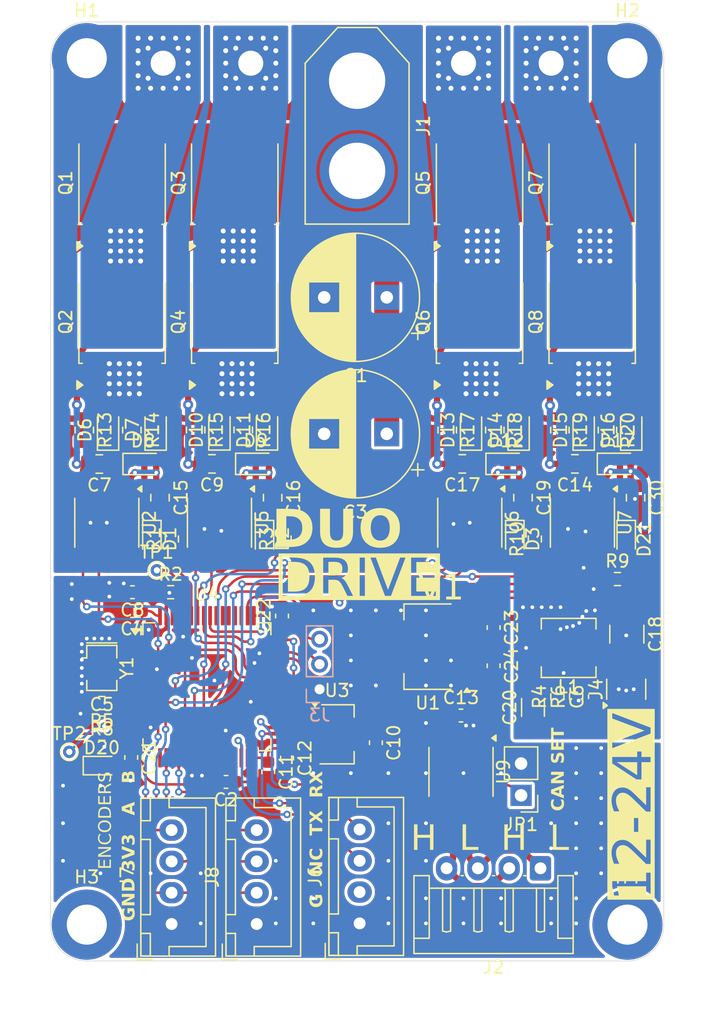
<source format=kicad_pcb>
(kicad_pcb (version 20241229) (generator "pcbnew") (generator_version "9.0")
  (layers (0 "F.Cu" signal) (2 "B.Cu" signal) (13 "F.Paste" user) (15 "B.Paste" user) (5 "F.SilkS" user "F.Silkscreen") (7 "B.SilkS" user "B.Silkscreen") (1 "F.Mask" user) (3 "B.Mask" user) (25 "Edge.Cuts" user))
  (net 0 "")
  (net 1 "VDC")
  (net 2 "GND")
  (net 3 "+3.3V")
  (net 4 "Reset")
  (net 5 "+5V")
  (net 6 "+10V")
  (net 7 "Net-(Q1-S)")
  (net 8 "Net-(Q3-S)")
  (net 9 "Net-(D6-A)")
  (net 10 "Net-(D7-A)")
  (net 11 "Net-(D10-A)")
  (net 12 "Net-(D11-A)")
  (net 13 "LED1")
  (net 14 "LED2")
  (net 15 "Net-(D6-K)")
  (net 16 "Net-(D7-K)")
  (net 17 "Net-(D8-K)")
  (net 18 "Net-(D9-K)")
  (net 19 "Net-(D10-K)")
  (net 20 "Net-(D11-K)")
  (net 21 "Net-(D20-K)")
  (net 22 "LED4")
  (net 23 "Net-(J2-Pin_2)")
  (net 24 "Net-(J2-Pin_1)")
  (net 25 "BOOT")
  (net 26 "SWCLK")
  (net 27 "SWDIO")
  (net 29 "TX")
  (net 30 "RX")
  (net 31 "PWM1A")
  (net 32 "PWM1B")
  (net 33 "PWM2A")
  (net 34 "PWM2B")
  (net 35 "H1")
  (net 36 "L1")
  (net 37 "CANSET")
  (net 39 "CANTX")
  (net 40 "CANRX")
  (net 41 "Net-(Q5-S)")
  (net 42 "Net-(D13-A)")
  (net 43 "Net-(D14-A)")
  (net 44 "Net-(D15-A)")
  (net 45 "Net-(Q7-S)")
  (net 46 "Net-(D16-A)")
  (net 47 "Net-(D12-K)")
  (net 48 "Net-(D13-K)")
  (net 49 "Net-(D14-K)")
  (net 50 "Net-(D15-K)")
  (net 51 "Net-(D16-K)")
  (net 52 "Net-(D17-K)")
  (net 53 "Net-(J4-Pin_6)")
  (net 54 "Net-(J4-Pin_1)")
  (net 55 "Net-(J4-Pin_3)")
  (net 56 "Net-(U4-PF0)")
  (net 60 "L2")
  (net 75 "Net-(U4-PF1)")
  (net 76 "H2")
  (net 82 "L3")
  (net 83 "H3")
  (net 84 "H4")
  (net 85 "L4")
  (net 86 "GNDS")
  (net 92 "Net-(D1-A)")
  (net 93 "Net-(D2-A)")
  (net 94 "Net-(D21-A)")
  (net 95 "Net-(D3-A)")
  (net 96 "LED3")
  (footprint "LED_SMD:LED_0603_1608Metric" (layer "F.Cu") (at 137.1 91.3 -90)
    (property "Reference" "D2")
    (property "Value" "LED_Small")
  )
  (footprint "Capacitor_SMD:C_0603_1608Metric" (layer "F.Cu") (at 163.499999 103.9 90)
    (property "Reference" "C6")
    (property "Value" "10nF")
  )
  (footprint "Capacitor_SMD:C_0603_1608Metric" (layer "F.Cu") (at 138.9 108.8 -90)
    (property "Reference" "C12")
    (property "Value" "10uF")
  )
  (footprint "Connector_JST:JST_XH_B4B-XH-A_1x04_P2.50mm_Vertical" (layer "F.Cu") (at 144.7 122 90)
    (property "Reference" "J6")
    (property "Value" "Conn_01x04")
  )
  (footprint "Package_TO_SOT_SMD:TO-252-2" (layer "F.Cu") (at 125.72 73.96 90)
    (property "Reference" "Q2")
    (property "Value" "AOD4184")
  )
  (footprint "Package_SO:SOIC-8_3.9x4.9mm_P1.27mm" (layer "F.Cu") (at 162.5 90 -90)
    (property "Reference" "U7")
    (property "Value" "IR2011")
  )
  (footprint "Resistor_SMD:R_0805_2012Metric" (layer "F.Cu") (at 155.5 82.6 -90)
    (property "Reference" "R18")
    (property "Value" "10R")
  )
  (footprint "MountingHole:MountingHole_3.2mm_M3_DIN965_Pad" (layer "F.Cu") (at 122.9 122.1)
    (property "Reference" "H3")
    (property "Value" "MountingHole_Pad")
  )
  (footprint "Capacitor_SMD:C_0603_1608Metric" (layer "F.Cu") (at 146 107.575 -90)
    (property "Reference" "C10")
    (property "Value" "10uF")
  )
  (footprint "Capacitor_THT:CP_Radial_D10.0mm_P5.00mm" (layer "F.Cu") (at 146.867676 72 180)
    (property "Reference" "C1")
    (property "Value" "1000uF")
  )
  (footprint "Package_SO:SOIC-8_3.9x4.9mm_P1.27mm" (layer "F.Cu") (at 133.5 90 -90)
    (property "Reference" "U5")
    (property "Value" "IR2011")
  )
  (footprint "Capacitor_SMD:C_0603_1608Metric" (layer "F.Cu") (at 126.45 108.75 -90)
    (property "Reference" "C21")
    (property "Value" "100nF")
  )
  (footprint "MountingHole:MountingHole_3.2mm_M3_DIN965_Pad" (layer "F.Cu") (at 166.1 122.1)
    (property "Reference" "H4")
    (property "Value" "MountingHole_Pad")
  )
  (footprint "Resistor_SMD:R_0805_2012Metric" (layer "F.Cu") (at 160.7 82.6 -90)
    (property "Reference" "R19")
    (property "Value" "10R")
  )
  (footprint "Capacitor_SMD:C_0603_1608Metric" (layer "F.Cu") (at 152.8 105.399999)
    (property "Reference" "C13")
    (property "Value" "100nF")
  )
  (footprint "Package_SO:SOIC-8_3.9x4.9mm_P1.27mm" (layer "F.Cu") (at 124.5 90 -90)
    (property "Reference" "U2")
    (property "Value" "IR2011")
  )
  (footprint "Package_SO:SOIC-8_3.9x4.9mm_P1.27mm" (layer "F.Cu") (at 153.5 90 -90)
    (property "Reference" "U6")
    (property "Value" "IR2011")
  )
  (footprint "Capacitor_SMD:C_0603_1608Metric" (layer "F.Cu") (at 124.1 105.95)
    (property "Reference" "C5")
    (property "Value" "100nF")
  )
  (footprint "Capacitor_SMD:C_0805_2012Metric" (layer "F.Cu") (at 123.9 85.3125 180)
    (property "Reference" "C7")
    (property "Value" "1uF")
  )
  (footprint "Capacitor_SMD:C_0603_1608Metric" (layer "F.Cu") (at 126.55 97.05 180)
    (property "Reference" "C4")
    (property "Value" "100nF")
  )
  (footprint "Diode_SMD:D_SOD-323" (layer "F.Cu") (at 157.4 82.6 90)
    (property "Reference" "D14")
    (property "Value" "B5819WS")
  )
  (footprint "LED_SMD:LED_0603_1608Metric" (layer "F.Cu") (at 124.1 109.4)
    (property "Reference" "D20")
    (property "Value" "LED_Small")
  )
  (footprint "Resistor_SMD:R_0603_1608Metric" (layer "F.Cu") (at 161.999999 103.9 90)
    (property "Reference" "R6")
    (property "Value" "1K")
  )
  (footprint "Package_TO_SOT_SMD:SOT-223-3_TabPin2" (layer "F.Cu") (at 150.150001 99.9 180)
    (property "Reference" "U1")
    (property "Value" "AMS1117-5.0")
  )
  (footprint "Resistor_SMD:R_0603_1608Metric" (layer "F.Cu") (at 158.7 91.3 90)
    (property "Reference" "R10")
    (property "Value" "1K")
  )
  (footprint "Connector_JST:JST_EH_S4B-EH_1x04_P2.50mm_Horizontal" (layer "F.Cu") (at 159.15 117.6 180)
    (property "Reference" "J2")
    (property "Value" "Conn_01x04")
  )
  (footprint "Capacitor_SMD:C_0805_2012Metric" (layer "F.Cu") (at 137.75 88 -90)
    (property "Reference" "C16")
    (property "Value" "100nF")
  )
  (footprint "Package_TO_SOT_SMD:TO-252-2" (layer "F.Cu") (at 163.28 62.86 90)
    (property "Reference" "Q7")
    (property "Value" "AOD4184")
  )
  (footprint "Crystal:Resonator_SMD_Murata_CSTxExxV-3Pin_3.0x1.1mm" (layer "F.Cu") (at 124.1 101.6 -90)
    (property "Reference" "Y1")
    (property "Value" "Resonator")
  )
  (footprint "Package_SO:SOIC-8_3.9x4.9mm_P1.27mm" (layer "F.Cu") (at 152.8 109.9 -90)
    (property "Reference" "U9")
    (property "Value" "TJA1042T")
  )
  (footprint "Diode_SMD:D_SOD-323" (layer "F.Cu") (at 127.4 85.3125)
    (property "Reference" "D8")
    (property "Value" "B5819WS")
  )
  (footprint "Package_TO_SOT_SMD:TO-252-2" (layer "F.Cu") (at 134.72 73.96 90)
    (property "Reference" "Q4")
    (property "Value" "AOD4184")
  )
  (footprint "MountingHole:MountingHole_3.2mm_M3_DIN965_Pad" (layer "F.Cu") (at 166.1 52.9)
    (property "Reference" "H2")
    (property "Value" "MountingHole_Pad")
  )
  (footprint "Capacitor_SMD:C_0805_2012Metric" (layer "F.Cu") (at 161.9 85.3 180)
    (property "Reference" "C14")
    (property "Value" "1uF")
  )
  (footprint "Diode_SMD:D_SOD-323" (layer "F.Cu") (at 133.5 82.5875 90)
    (property "Reference" "D10")
    (property "Value" "B5819WS")
  )
  (footprint "Diode_SMD:D_SOD-323" (layer "F.Cu") (at 153.6 82.6 90)
    (property "Reference" "D13")
    (property "Value" "B5819WS")
  )
  (footprint "Resistor_SMD:R_0805_2012Metric" (layer "F.Cu") (at 131.6 82.5875 -90)
    (property "Reference" "R15")
    (property "Value" "10R")
  )
  (footprint "Diode_SMD:D_SOD-323" (layer "F.Cu") (at 166.4 82.6 90)
    (property "Reference" "D16")
    (property "Value" "B5819WS")
  )
  (footprint "Capacitor_SMD:C_0603_1608Metric" (layer "F.Cu") (at 155.405001 98.375 -90)
    (property "Reference" "C23")
    (property "Value" "10uF")
  )
  (footprint "Capacitor_SMD:C_1206_3216Metric" (layer "F.Cu") (at 158.55 104.75 90)
    (property "Reference" "C20")
    (property "Value" "C")
  )
  (footprint "Resistor_SMD:R_0603_1608Metric" (layer "F.Cu") (at 124.1 107.9)
    (property "Reference" "R8")
    (property "Value" "1K")
  )
  (footprint "Capacitor_SMD:C_0603_1608Metric" (layer "F.Cu") (at 138.5 97.45 90)
    (property "Reference" "C22")
    (property "Value" "100nF")
  )
  (footprint "Resistor_SMD:R_0603_1608Metric" (layer "F.Cu") (at 160.499999 103.9 90)
    (property "Reference" "R4")
    (property "Value" "11K")
  )
  (footprint "Resistor_SMD:R_0805_2012Metric" (layer "F.Cu") (at 126.5 82.6 -90)
    (property "Reference" "R14")
    (property "Value" "10R")
  )
  (footprint "Capacitor_SMD:C_0603_1608Metric" (layer "F.Cu") (at 126.55 95.55 180)
    (property "Reference" "C8")
    (property "Value" "100nF")
  )
  (footprint "Diode_SMD:D_SOD-323" (layer "F.Cu") (at 162.6 82.6 90)
    (property "Reference" "D15")
    (property "Value" "B5819WS")
  )
  (footprint "Resistor_SMD:R_0805_2012Metric" (layer "F.Cu") (at 164.5 82.6 -90)
    (property "Reference" "R20")
    (property "Value" "10R")
  )
  (footprint "Package_QFP:LQFP-64_10x10mm_P0.5mm" (layer "F.Cu") (at 132.5 103.1)
    (property "Reference" "U4")
    (property "Value" "STM32G431RBTx")
  )
  (footprint "Connector_JST:JST_XH_B4B-XH-A_1x04_P2.50mm_Vertical" (layer "F.Cu") (at 129.675 122.05 90)
    (property "Reference" "J7")
    (property "Value" "Conn_01x04")
  )
  (footprint "Capacitor_SMD:C_0805_2012Metric" (layer "F.Cu") (at 152.9 85.3 180)
    (property "Reference" "C17")
    (property "Value" "1uF")
  )
  (footprint "Diode_SMD:D_SOD-323" (layer "F.Cu") (at 156.4 85.3)
    (property "Reference" "D12")
    (property "Value" "B5819WS")
  )
  (footprint "Package_TO_SOT_SMD:TO-252-2" (layer "F.Cu") (at 134.72 62.86 90)
    (property "Reference" "Q3")
    (property "Value" "AOD4184")
  )
  (footprint "Capacitor_THT:CP_Radial_D10.0mm_P5.00mm" (layer "F.Cu") (at 146.867676 82.9 180)
    (property "Reference" "C3")
    (property "Value" "1000uF")
  )
  (footprint "Diode_SMD:D_SOD-323" (layer "F.Cu") (at 124.6 82.6 90)
    (property "Reference" "D6")
    (property "Value" "B5819WS")
  )
  (footprint "LED_SMD:LED_0603_1608Metric" (layer "F.Cu") (at 157.1 91.3 -90)
    (property "Reference" "D3")
    (property "Value" "LED_Small")
  )
  (footprint "Connector_AMASS:AMASS_XT60-M_1x02_P7.20mm_Vertical" (layer "F.Cu") (at 144.5 54.7 -90)
    (property "Reference" "J1")
    (property "Value" "Power")
  )
  (footprint "Capacitor_SMD:C_0805_2012Metric" (layer "F.Cu") (at 132.9 85.3 180)
    (property "Reference" "C9")
    (property "Value" "1uF")
  )
  (footprint "Capacitor_SMD:C_0603_1608Metric" (layer "F.Cu") (at 155.405001 101.425 -90)
    (property "Reference" "C24")
    (property "Value" "10uF")
  )
  (footprint "Capacitor_SMD:C_0805_2012Metric" (layer "F.Cu") (at 166.75 88 -90)
    (property "Reference" "C30")
    (property "Value" "100nF")
  )
  (footprint "Package_TO_SOT_SMD:SOT-23-6" (layer "F.Cu") (at 165.999999 103.3 90)
    (property "Reference" "J4")
    (property "Value" "MP2359")
  )
  (footprint "Package_TO_SOT_SMD:SOT-89-3" (layer "F.Cu") (at 142.9 106.9)
    (property "Reference" "U3")
    (property "Value" "HT75xx-1-SOT89")
  )
  (footprint "Resistor_SMD:R_0805_2012Metric" (layer "F.Cu") (at 151.7 82.6 -90)
    (property "Reference" "R17")
    (property "Value" "10R")
  )
  (footprint "Connector_JST:JST_XH_B4B-XH-A_1x04_P2.50mm_Vertical" (layer "F.Cu") (at 136.475 122.05 90)
    (property "Reference" "J8")
    (property "Value" "Conn_01x04")
  )
  (footprint "Resistor_SMD:R_0603_1608Metric" (layer "F.Cu") (at 165.3 94.5)
    (property "Reference" "R9")
    (property "Value" "1K")
  )
  (footprint "Resistor_SMD:R_0805_2012Metric" (layer "F.Cu") (at 122.7 82.6 -90)
    (property "Reference" "R13")
    (property "Value" "10R")
  )
  (footprint "Package_TO_SOT_SMD:TO-252-2" (layer "F.Cu") (at 154.28 62.86 90)
    (property "Reference" "Q5")
    (property "Value" "AOD4184")
  )
  (footprint "TestPoint:TestPoint_THTPad_D1.0mm_Drill0.5mm" (layer "F.Cu") (at 128.5 93.8)
    (property "Reference" "TP1")
    (property "Value" "TestPoint")
  )
  (footprint "Capacitor_SMD:C_1210_3225Metric" (layer "F.Cu") (at 166.05 98.9 -90)
    (property "Reference" "C18")
    (property "Value" "10uF")
  )
  (footprint "Resistor_SMD:R_0603_1608Metric" (layer "F.Cu") (at 138.7 91.3 90)
    (property "Reference" "R3")
    (property "Value" "1K")
  )
  (footprint "Diode_SMD:D_SOD-323" (layer "F.Cu") (at 128.4 82.6 90)
    (property "Reference" "D7")
    (property "Value" "B5819WS")
  )
  (footprint "LED_SMD:LED_0603_1608Metric" (layer "F.Cu") (at 166 91.3 -90)
    (property "Reference" "D21")
    (property "Value" "LED_Small")
  )
  (footprint "Package_TO_SOT_SMD:TO-252-2" (layer "F.Cu") (at 163.28 73.96 90)
    (property "Reference" "Q8")
    (property "Value" "AOD4184")
  )
  (footprint "MountingHole:MountingHole_3.2mm_M3_DIN965_Pad" (layer "F.Cu") (at 122.9 52.9)
    (property "Reference" "H1")
    (property "Value" "MountingHole_Pad")
  )
  (footprint "Inductor_SMD:L_Changjiang_FXL0420" (layer "F.Cu") (at 161.399999 100 180)
    (property "Reference" "L1")
    (property "Value" "4.7uH")
  )
  (footprint "Diode_SMD:D_SOD-323" (layer "F.Cu") (at 137.3 82.5875 90)
    (property "Reference" "D11")
    (property "Value" "B5819WS")
  )
  (footprint "Connector_PinHeader_2.54mm:PinHeader_1x02_P2.54mm_Vertical" (layer "F.Cu") (at 157.6 111.775 180)
    (property "Reference" "JP1")
    (property "Value" "CANBUS")
  )
  (footprint "Resistor_SMD:R_0603_1608Metric" (layer "F.Cu") (at 129.7 91.3 90)
    (property "Reference" "R1")
    (property "Value" "1K")
  )
  (footprint "Package_TO_SOT_SMD:TO-252-2" (layer "F.Cu") (at 125.72 62.86 90)
    (property "Reference" "Q1")
    (property "Value" "AOD4184")
  )
  (footprint "Diode_SMD:D_SOD-323" (layer "F.Cu") (at 165.3 85.3)
    (property "Reference" "D17")
    (property "Value" "B5819WS")
  )
  (footprint "Diode_SMD:D_SOD-323" (layer "F.Cu") (at 136.4 85.3)
    (property "Reference" "D9")
    (property "Value" "B5819WS")
  )
  (footprint "Resistor_SMD:R_0603_1608Metric" (layer "F.Cu") (at 124.1 104.4 180)
    (property "Reference" "R5")
    (property "Value" "10K")
  )
  (footprint "Resistor_SMD:R_0603_1608Metric" (layer "F.Cu") (at 129.6 95.55)
    (property "Reference" "R2")
    (property "Value" "10K")
  )
  (footprint "Resistor_SMD:R_0805_2012Metric" (layer "F.Cu") (at 135.4 82.5875 -90)
    (property "Reference" "R16")
    (property "Value" "10R")
  )
  (footprint "Capacitor_SMD:C_0603_1608Metric" (layer "F.Cu") (at 137.4 109.9 -90)
    (property "Reference" "C11")
    (property "Value" "100nF")
  )
  (footprint "Capacitor_SMD:C_0603_1608Metric" (layer "F.Cu") (at 134.025 110.7 180)
    (property "Reference" "C2")
    (property "Value" "100nF")
  )
  (footprint "TestPoint:TestPoint_THTPad_D1.0mm_Drill0.5mm" (layer "F.Cu") (at 121.5 108.3)
    (property "Reference" "TP2")
    (property "Value" "TestPoint")
  )
  (footprint "Capacitor_SMD:C_0805_2012Metric" (layer "F.Cu") (at 128.75 88 -90)
    (property "Reference" "C15")
    (property "Value" "100nF")
  )
  (footprint "LED_SMD:LED_0603_1608Metric" (layer "F.Cu") (at 128.1 91.3 -90)
    (property "Reference" "D1")
    (property "Value" "LED_Small")
  )
  (footprint "Capacitor_SMD:C_0805_2012Metric" (layer "F.Cu") (at 157.75 88 -90)
    (property "Reference" "C19")
    (property "Value" "100nF")
  )
  (footprint "Package_TO_SOT_SMD:TO-252-2" (layer "F.Cu") (at 154.28 73.96 90)
    (property "Reference" "Q6")
    (property "Value" "AOD4184")
  )
  (footprint "NetTie:NetTie-2_SMD_Pad2.0mm" (layer "B.Cu") (at 147 93.6 90)
    (property "Reference" "NT1" (hide yes))
    (property "Value" "NetTie_2" (hide yes))
  )
  (footprint "Connector_PinHeader_2.00mm:PinHeader_1x03_P2.00mm_Vertical" (layer "B.Cu") (at 141.5 103.3)
    (property "Reference" "J3")
    (property "Value" "Conn_01x03")
  )
  (gr_line (start 120 122.1) (end 120 52.9) (stroke (width 0.05)) (layer "Edge.Cuts"))
  (gr_line (start 169 52.9) (end 169 122.1) (stroke (width 0.05)) (layer "Edge.Cuts"))
  (gr_line (start 122.9 50) (end 166.1 50) (stroke (width 0.05)) (layer "Edge.Cuts"))
  (gr_line (start 166.1 125) (end 122.9 125) (stroke (width 0.05)) (layer "Edge.Cuts"))
  (gr_arc (start 166.1 50) (mid 168.15061 50.84939) (end 169 52.9) (stroke (width 0.05)) (layer "Edge.Cuts"))
  (gr_arc (start 122.9 125) (mid 120.84939 124.15061) (end 120 122.1) (stroke (width 0.05)) (layer "Edge.Cuts"))
  (gr_arc (start 120 52.9) (mid 120.84939 50.84939) (end 122.9 50) (stroke (width 0.05)) (layer "Edge.Cuts"))
  (gr_arc (start 169 122.1) (mid 168.15061 124.15061) (end 166.1 125) (stroke (width 0.05)) (layer "Edge.Cuts"))
  (gr_text "V1" (at 151.2 95.3 0) (layer "F.SilkS") (effects (font (size 2 2) (thickness 0.1))))
  (gr_text "H  L  H  L" (at 155.1 115.3 0) (layer "F.SilkS") (effects (font (size 2 2) (thickness 0.1))))
  (gr_text "GND 3V3   A   B" (at 126.3 115.8 90) (layer "F.SilkS") (effects (font (size 1 1) (thickness 0.2) (bold yes))))
  (gr_text "12-24V" (at 166.7 112.7 90) (layer "F.SilkS" knockout) (effects (font (size 3 3) (thickness 0.1))))
  (gr_text "G   NC  TX  RX" (at 141.3 115.3 90) (layer "F.SilkS") (effects (font (size 1 1) (thickness 0.2) (bold yes))))
  (gr_text "CAN SET" (at 160.6 109.7 90) (layer "F.SilkS") (effects (font (size 1 1) (thickness 0.2) (bold yes))))
  (gr_text "DUO" (at 142.9 90.7 0) (layer "F.SilkS") (effects (font (size 3 3) (thickness 0.4) (bold yes))))
  (gr_text "DRIVE" (at 144.6 94.6 0) (layer "F.SilkS" knockout) (effects (font (size 3 3) (thickness 0.1))))
  (gr_text "ENCODERS" (at 125 117.7 90) (layer "F.SilkS") (effects (font (size 1 1) (thickness 0.1)) (justify left bottom)))
  (segment (start 146.867676 65.941875) (end 146.867676 82.9) (width 2) (layer "F.Cu") (net 1))
  (segment (start 166.05 100.7875) (end 166.05 102.077142) (width 0.5) (layer "F.Cu") (net 1))
  (segment (start 145.683838 63.083838) (end 144.5 61.9) (width 2) (layer "F.Cu") (net 1))
  (segment (start 167.561999 99.688) (end 167.16668 100.083319) (width 0.5) (layer "F.Cu") (net 1))
  (segment (start 166.655207 65.125207) (end 164.805 63.275) (width 0.5) (layer "F.Cu") (net 1))
  (segment (start 168.249 98.029434) (end 168.249 68.972963) (width 0.5) (layer "F.Cu") (net 1))
  (segment (start 166.035355 102.1625) (end 166.949998 102.1625) (width 0.5) (layer "F.Cu") (net 1))
  (arc (start 166.024999 102.137499) (mid 166.021824 102.153459) (end 166.035355 102.1625) (width 0.5) (layer "F.Cu") (net 1))
  (arc (start 145.683838 63.083838) (mid 146.560006 64.395116) (end 146.867676 65.941875) (width 2) (layer "F.Cu") (net 1))
  (arc (start 166.05 102.077142) (mid 166.043502 102.109807) (end 166.024999 102.137499) (width 0.5) (layer "F.Cu") (net 1))
  (arc (start 167.16668 100.083319) (mid 166.843599 100.299195) (end 166.462499 100.375001) (width 0.5) (layer "F.Cu") (net 1))
  (arc (start 166.655207 65.125207) (mid 167.834786 66.890572) (end 168.249 68.972963) (width 0.5) (layer "F.Cu") (net 1))
  (arc (start 168.249 98.029434) (mid 168.070454 98.927043) (end 167.561999 99.688) (width 0.5) (layer "F.Cu") (net 1))
  (arc (start 166.462499 100.375001) (mid 166.170818 100.495819) (end 166.05 100.7875) (width 0.5) (layer "F.Cu") (net 1))
  (via (at 162.75 90.7) (size 0.6) (drill 0.3) (layers "F.Cu" "B.Cu") (net 2))
  (via (at 126.3 78.9) (size 0.8) (drill 0.4) (layers "F.Cu" "B.Cu") (net 2))
  (via (at 161 102) (size 0.6) (drill 0.3) (layers "F.Cu" "B.Cu") (net 2))
  (via (at 136.1 78.9) (size 0.8) (drill 0.4) (layers "F.Cu" "B.Cu") (net 2))
  (via (at 133.65 90.65) (size 0.6) (drill 0.3) (layers "F.Cu" "B.Cu") (net 2))
  (via (at 135.3 77.3) (size 0.8) (drill 0.4) (layers "F.Cu" "B.Cu") (net 2))
  (via (at 155.6 79.7) (size 0.8) (drill 0.4) (layers "F.Cu" "B.Cu") (net 2))
  (via (at 133.7 78.1) (size 0.8) (drill 0.4) (layers "F.Cu" "B.Cu") (net 2))
  (via (at 153.2 79.7) (size 0.8) (drill 0.4) (layers "F.Cu" "B.Cu") (net 2))
  (via (at 154.8 77.3) (size 0.8) (drill 0.4) (layers "F.Cu" "B.Cu") (net 2))
  (via (at 134.5 77.3) (size 0.8) (drill 0.4) (layers "F.Cu" "B.Cu") (net 2))
  (via (at 123.2 90) (size 0.6) (drill 0.3) (layers "F.Cu" "B.Cu") (net 2))
  (via (at 134.5 79.7) (size 0.8) (drill 0.4) (layers "F.Cu" "B.Cu") (net 2))
  (via (at 162.25 98) (size 0.6) (drill 0.3) (layers "F.Cu" "B.Cu") (net 2))
  (via (at 162.5 97.5) (size 0.6) (drill 0.3) (layers "F.Cu" "B.Cu") (net 2))
  (via (at 124.7 78.1) (size 0.8) (drill 0.4) (layers "F.Cu" "B.Cu") (net 2))
  (via (at 136.1 77.3) (size 0.8) (drill 0.4) (layers "F.Cu" "B.Cu") (net 2))
  (via (at 166.7 88.1) (size 0.6) (drill 0.3) (layers "F.Cu" "B.Cu") (net 2))
  (via (at 163.4 95.3) (size 0.6) (drill 0.3) (layers "F.Cu" "B.Cu") (net 2))
  (via (at 125.5 77.3) (size 0.8) (drill 0.4) (layers "F.Cu" "B.Cu") (net 2))
  (via (at 162.2 78.9) (size 0.8) (drill 0.4) (layers "F.Cu" "B.Cu") (net 2))
  (via (at 125.5 78.1) (size 0.8) (drill 0.4) (layers "F.Cu" "B.Cu") (net 2))
  (via (at 163 78.9) (size 0.8) (drill 0.4) (layers "F.Cu" "B.Cu") (net 2))
  (via (at 154.8 78.9) (size 0.8) (drill 0.4) (layers "F.Cu" "B.Cu") (net 2))
  (via (at 124.7 79.7) (size 0.8) (drill 0.4) (layers "F.Cu" "B.Cu") (net 2))
  (via (at 160 96.75) (size 0.6) (drill 0.3) (layers "F.Cu" "B.Cu") (net 2))
  (via (at 164.6 78.9) (size 0.8) (drill 0.4) (layers "F.Cu" "B.Cu") (net 2))
  (via (at 162.2 79.7) (size 0.8) (drill 0.4) (layers "F.Cu" "B.Cu") (net 2))
  (via (at 158 100) (size 0.6) (drill 0.3) (layers "F.Cu" "B.Cu") (net 2))
  (via (at 166.6 103.3) (size 0.6) (drill 0.3) (layers "F.Cu" "B.Cu") (net 2))
  (via (at 160.75 96.75) (size 0.6) (drill 0.3) (layers "F.Cu" "B.Cu") (net 2))
  (via (at 157.75 96.75) (size 0.6) (drill 0.3) (layers "F.Cu" "B.Cu") (net 2))
  (via (at 132.3 90.5) (size 0.6) (drill 0.3) (layers "F.Cu" "B.Cu") (net 2))
  (via (at 166 103.4) (size 0.6) (drill 0.3) (layers "F.Cu" "B.Cu") (net 2))
  (via (at 161.35 90.5) (size 0.6) (drill 0.3) (layers "F.Cu" "B.Cu") (net 2))
  (via (at 162.2 78.1) (size 0.8) (drill 0.4) (layers "F.Cu" "B.Cu") (net 2))
  (via (at 153.2 78.1) (size 0.8) (drill 0.4) (layers "F.Cu" "B.Cu") (net 2))
  (via (at 127.1 79.7) (size 0.8) (drill 0.4) (layers "F.Cu" "B.Cu") (net 2))
  (via (at 164.6 78.1) (size 0.8) (drill 0.4) (layers "F.Cu" "B.Cu") (net 2))
  (via (at 163.8 77.3) (size 0.8) (drill 0.4) (layers "F.Cu" "B.Cu") (net 2))
  (via (at 135.3 78.9) (size 0.8) (drill 0.4) (layers "F.Cu" "B.Cu") (net 2))
  (via (at 163 79.7) (size 0.8) (drill 0.4) (layers "F.Cu" "B.Cu") (net 2))
  (via (at 154.8 79.7) (size 0.8) (drill 0.4) (layers "F.Cu" "B.Cu") (net 2))
  (via (at 155.6 78.9) (size 0.8) (drill 0.4) (layers "F.Cu" "B.Cu") (net 2))
  (via (at 160.75 98.5) (size 0.6) (drill 0.3) (layers "F.Cu" "B.Cu") (net 2))
  (via (at 124.7 78.9) (size 0.8) (drill 0.4) (layers "F.Cu" "B.Cu") (net 2))
  (via (at 154 78.9) (size 0.8) (drill 0.4) (layers "F.Cu" "B.Cu") (net 2))
  (via (at 126.3 79.7) (size 0.8) (drill 0.4) (layers "F.Cu" "B.Cu") (net 2))
  (via (at 154 78.1) (size 0.8) (drill 0.4) (layers "F.Cu" "B.Cu") (net 2))
  (via (at 133.7 78.9) (size 0.8) (drill 0.4) (layers "F.Cu" "B.Cu") (net 2))
  (via (at 136.1 78.1) (size 0.8) (drill 0.4) (layers "F.Cu" "B.Cu") (net 2))
  (via (at 125.5 79.7) (size 0.8) (drill 0.4) (layers "F.Cu" "B.Cu") (net 2))
  (via (at 162.6 93.6) (size 0.6) (drill 0.3) (layers "F.Cu" "B.Cu") (net 2))
  (via (at 163 77.3) (size 0.8) (drill 0.4) (layers "F.Cu" "B.Cu") (net 2))
  (via (at 162.2 77.3) (size 0.8) (drill 0.4) (layers "F.Cu" "B.Cu") (net 2))
  (via (at 154.8 78.1) (size 0.8) (drill 0.4) (layers "F.Cu" "B.Cu") (net 2))
  (via (at 155.6 77.3) (size 0.8) (drill 0.4) (layers "F.Cu" "B.Cu") (net 2))
  (via (at 163 78.1) (size 0.8) (drill 0.4) (layers "F.Cu" "B.Cu") (net 2))
  (via (at 154 79.7) (size 0.8) (drill 0.4) (layers "F.Cu" "B.Cu") (net 2))
  (via (at 127.1 78.9) (size 0.8) (drill 0.4) (layers "F.Cu" "B.Cu") (net 2))
  (via (at 162.2 104.2) (size 0.6) (drill 0.3) (layers "F.Cu" "B.Cu") (net 2))
  (via (at 163.5 97) (size 0.6) (drill 0.3) (layers "F.Cu" "B.Cu") (net 2))
  (via (at 166 99) (size 0.6) (drill 0.3) (layers "F.Cu" "B.Cu") (net 2))
  (via (at 153.2 78.9) (size 0.8) (drill 0.4) (layers "F.Cu" "B.Cu") (net 2))
  (via (at 134.5 78.9) (size 0.8) (drill 0.4) (layers "F.Cu" "B.Cu") (net 2))
  (via (at 164.6 79.7) (size 0.8) (drill 0.4) (layers "F.Cu" "B.Cu") (net 2))
  (via (at 165.4 103.3) (size 0.6) (drill 0.3) (layers "F.Cu" "B.Cu") (net 2))
  (via (at 164.6 77.3) (size 0.8) (drill 0.4) (layers "F.Cu" "B.Cu") (net 2))
  (via (at 133.7 79.7) (size 0.8) (drill 0.4) (layers "F.Cu" "B.Cu") (net 2))
  (via (at 125.5 78.9) (size 0.8) (drill 0.4) (layers "F.Cu" "B.Cu") (net 2))
  (via (at 135.3 78.1) (size 0.8) (drill 0.4) (layers "F.Cu" "B.Cu") (net 2))
  (via (at 163.8 79.7) (size 0.8) (drill 0.4) (layers "F.Cu" "B.Cu") (net 2))
  (via (at 135.3 79.7) (size 0.8) (drill 0.4) (layers "F.Cu" "B.Cu") (net 2))
  (via (at 152.2 90.1) (size 0.6) (drill 0.3) (layers "F.Cu" "B.Cu") (net 2))
  (via (at 153.2 77.3) (size 0.8) (drill 0.4) (layers "F.Cu" "B.Cu") (net 2))
  (via (at 159.25 96.75) (size 0.6) (drill 0.3) (layers "F.Cu" "B.Cu") (net 2))
  (via (at 161.75 98.25) (size 0.6) (drill 0.3) (layers "F.Cu" "B.Cu") (net 2))
  (via (at 154 77.3) (size 0.8) (drill 0.4) (layers "F.Cu" "B.Cu") (net 2))
  (via (at 136.1 79.7) (size 0.8) (drill 0.4) (layers "F.Cu" "B.Cu") (net 2))
  (via (at 161.257522 98.347791) (size 0.6) (drill 0.3) (layers "F.Cu" "B.Cu") (net 2))
  (via (at 127.1 78.1) (size 0.8) (drill 0.4) (layers "F.Cu" "B.Cu") (net 2))
  (via (at 126.3 77.3) (size 0.8) (drill 0.4) (layers "F.Cu" "B.Cu") (net 2))
  (via (at 158.5 96.75) (size 0.6) (drill 0.3) (layers "F.Cu" "B.Cu") (net 2))
  (via (at 133.7 77.3) (size 0.8) (drill 0.4) (layers "F.Cu" "B.Cu") (net 2))
  (via (at 126.3 78.1) (size 0.8) (drill 0.4) (layers "F.Cu" "B.Cu") (net 2))
  (via (at 163.8 78.9) (size 0.8) (drill 0.4) (layers "F.Cu" "B.Cu") (net 2))
  (via (at 134.5 78.1) (size 0.8) (drill 0.4) (layers "F.Cu" "B.Cu") (net 2))
  (via (at 155.6 78.1) (size 0.8) (drill 0.4) (layers "F.Cu" "B.Cu") (net 2))
  (via (at 127.1 77.3) (size 0.8) (drill 0.4) (layers "F.Cu" "B.Cu") (net 2))
  (via (at 153.5 90) (size 0.6) (drill 0.3) (layers "F.Cu" "B.Cu") (net 2))
  (via (at 163.8 78.1) (size 0.8) (drill 0.4) (layers "F.Cu" "B.Cu") (net 2))
  (via (at 124.5 90) (size 0.6) (drill 0.3) (layers "F.Cu" "B.Cu") (net 2))
  (via (at 162.805331 97.055331) (size 0.6) (drill 0.3) (layers "F.Cu" "B.Cu") (net 2))
  (via (at 124.7 77.3) (size 0.8) (drill 0.4) (layers "F.Cu" "B.Cu") (net 2))
  (segment (start 136.25 108.775) (end 136.25 110.102512) (width 0.2) (layer "F.Cu") (net 3))
  (segment (start 127.325 97.4125) (end 127.325 97.471446) (width 0.2) (layer "F.Cu") (net 3))
  (segment (start 122.297487 106.85) (end 126.771966 106.85) (width 0.2) (layer "F.Cu") (net 3))
  (segment (start 126.975735 108.475735) (end 126.483838 107.983838) (width 0.2) (layer "F.Cu") (net 3))
  (segment (start 139.362734 99.412734) (end 139.425468 99.475468) (width 0.2) (layer "F.Cu") (net 3))
  (segment (start 125.4 98.9) (end 125.505285 99.005285) (width 0.2) (layer "F.Cu") (net 3))
  (segment (start 134.75 110.614644) (end 134.75 108.775) (width 0.2) (layer "F.Cu") (net 3))
  (segment (start 139.2625 108.025) (end 139.359834 108.025) (width 0.2) (layer "F.Cu") (net 3))
  (segment (start 129.675 119.55) (end 127.554854 119.55) (width 0.2) (layer "F.Cu") (net 3))
  (segment (start 127.6875 97.05) (end 127.784834 97.05) (width 0.2) (layer "F.Cu") (net 3))
  (segment (start 140.265165 108.4) (end 140.95 108.4) (width 0.2) (layer "F.Cu") (net 3))
  (segment (start 123.275 104.4) (end 121.7 104.4) (width 0.2) (layer "F.Cu") (net 3))
  (segment (start 128.5875 97.425) (end 128.75 97.425) (width 0.2) (layer "F.Cu") (net 3))
  (segment (start 128.310095 97.310095) (end 128.2375 97.2375) (width 0.2) (layer "F.Cu") (net 3))
  (segment (start 127.325 97.4125) (end 127.325 96.6875) (width 0.2) (layer "F.Cu") (net 3))
  (segment (start 139.21128 99.35) (end 138.175 99.35) (width 0.2) (layer "F.Cu") (net 3))
  (segment (start 121.7 106.252512) (end 121.7 99.474264) (width 0.2) (layer "F.Cu") (net 3))
  (segment (start 125.527642 108.759857) (end 124.8875 109.4) (width 0.2) (layer "F.Cu") (net 3))
  (segment (start 127.4 109.5) (end 127.4 109.534314) (width 0.2) (layer "F.Cu") (net 3))
  (segment (start 131.134314 110.9) (end 128.765685 110.9) (width 0.2) (layer "F.Cu") (net 3))
  (segment (start 137.4 108.877512) (end 137.4 108.494454) (width 0.2) (layer "F.Cu") (net 3))
  (segment (start 126.825 98.678553) (end 126.825 99.35) (width 0.2) (layer "F.Cu") (net 3))
  (segment (start 134.774999 110.724999) (end 134.259619 111.24038) (width 0.2) (layer "F.Cu") (net 3))
  (segment (start 122.724264 98.45) (end 124.313603 98.45) (width 0.2) (layer "F.Cu") (net 3))
  (segment (start 138.5375 108.025) (end 137.869454 108.025) (width 0.2) (layer "F.Cu") (net 3))
  (segment (start 125.913388 107.975) (end 126.4375 107.975) (width 0.2) (layer "F.Cu") (net 3))
  (segment (start 133.065685 111.7) (end 133.15 111.7) (width 0.2) (layer "F.Cu") (net 3))
  (segment (start 129.675 119.55) (end 136.475 119.55) (width 0.2) (layer "F.Cu") (net 3))
  (segment (start 136.25 108.775) (end 136.802512 108.775) (width 0.2) (layer "F.Cu") (net 3))
  (segment (start 139.425468 101.594879) (end 139.425468 107.12797) (width 0.2) (layer "F.Cu") (net 3))
  (segment (start 126.75 107.462867) (end 126.75 106.978033) (width 0.2) (layer "F.Cu") (net 3))
  (segment (start 138.3375 98.3875) (end 138.5 98.225) (width 0.2) (layer "F.Cu") (net 3))
  (segment (start 139.2625 108.025) (end 138.5375 108.025) (width 0.2) (layer "F.Cu") (net 3))
  (segment (start 125.7 108.188388) (end 125.7 108.34375) (width 0.2) (layer "F.Cu") (net 3))
  (segment (start 139.156326 107.768673) (end 139.162734 107.762266) (width 0.2) (layer "F.Cu") (net 3))
  (segment (start 126.4625 107.975) (end 126.4375 107.975) (width 0.2) (layer "F.Cu") (net 3))
  (segment (start 138.175 98.779809) (end 138.175 99.35) (width 0.2) (layer "F.Cu") (net 3))
  (segment (start 126.599999 107.824999) (end 126.458838 107.966161) (width 0.2) (layer "F.Cu") (net 3))
  (segment (start 124.8875 116.882645) (end 124.8875 109.4) (width 0.2) (layer "F.Cu") (net 3))
  (segment (start 127.325 96.6875) (end 127.325 95.55) (width 0.2) (layer "F.Cu") (net 3))
  (segment (start 135.652512 110.7) (end 134.835355 110.7) (width 0.2) (layer "F.Cu") (net 3))
  (via (at 139.425468 101.594879) (size 0.6) (drill 0.3) (layers "F.Cu" "B.Cu") (net 3))
  (via (at 139.425468 99.475468) (size 0.6) (drill 0.3) (layers "F.Cu" "B.Cu") (net 3))
  (arc (start 125.505285 99.005285) (mid 125.887108 99.260411) (end 126.3375 99.35) (width 0.2) (layer "F.Cu") (net 3))
  (arc (start 127.8 110.5) (mid 128.24306 110.796043) (end 128.765685 110.9) (width 0.2) (layer "F.Cu") (net 3))
  (arc (start 127.325 97.471446) (mid 127.260027 97.798087) (end 127.075 98.075) (width 0.2) (layer "F.Cu") (net 3))
  (arc (start 138.3375 98.3875) (mid 138.217232 98.567493) (end 138.175 98.779809) (width 0.2) (layer "F.Cu") (net 3))
  (arc (start 127.4 109.534314) (mid 127.503956 110.056939) (end 127.8 110.5) (width 0.2) (layer "F.Cu") (net 3))
  (arc (start 126.975735 108.475735) (mid 127.289737 108.945672) (end 127.4 109.5) (width 0.2) (layer "F.Cu") (net 3))
  (arc (start 132.1 111.3) (mid 132.54306 111.596043) (end 133.065685 111.7) (width 0.2) (layer "F.Cu") (net 3))
  (arc (start 125.4 98.9) (mid 124.901556 98.566951) (end 124.313603 98.45) (width 0.2) (layer "F.Cu") (net 3))
  (arc (start 125.913388 107.975) (mid 125.831728 107.991243) (end 125.7625 108.0375) (width 0.2) (layer "F.Cu") (net 3))
  (arc (start 134.774999 110.724999) (mid 134.785355 110.699999) (end 134.775 110.675) (width 0.2) (layer "F.Cu") (net 3))
  (arc (start 125.66875 118.76875) (mid 126.534101 119.346959) (end 127.554854 119.55) (width 0.2) (layer "F.Cu") (net 3))
  (arc (start 122 98.75) (mid 121.777967 99.082295) (end 121.7 99.474264) (width 0.2) (layer "F.Cu") (net 3))
  (arc (start 134.75 110.614644) (mid 134.756497 110.647308) (end 134.775 110.675) (width 0.2) (layer "F.Cu") (net 3))
  (arc (start 127.075 98.075) (mid 126.889972 98.351912) (end 126.825 98.678553) (width 0.2) (layer "F.Cu") (net 3))
  (arc (start 132.1 111.3) (mid 131.656939 111.003956) (end 131.134314 110.9) (width 0.2) (layer "F.Cu") (net 3))
  (arc (start 121.875 106.675) (mid 122.068838 106.804518) (end 122.297487 106.85) (width 0.2) (layer "F.Cu") (net 3))
  (arc (start 126.4375 107.975) (mid 126.449048 107.972702) (end 126.458838 107.966161) (width 0.2) (layer "F.Cu") (net 3))
  (arc (start 137.5375 108.1625) (mid 137.435735 108.314801) (end 137.4 108.494454) (width 0.2) (layer "F.Cu") (net 3))
  (arc (start 136.25 110.102512) (mid 136.204518 110.33116) (end 136.075 110.525) (width 0.2) (layer "F.Cu") (net 3))
  (arc (start 134.835355 110.7) (mid 134.80269 110.706497) (end 134.774999 110.724999) (width 0.2) (layer "F.Cu") (net 3))
  (arc (start 126.75 107.462867) (mid 126.711016 107.658851) (end 126.599999 107.824999) (width 0.2) (layer "F.Cu") (net 3))
  (arc (start 127.325 96.6875) (mid 127.431173 96.943826) (end 127.6875 97.05) (width 0.2) (layer "F.Cu") (net 3))
  (arc (start 139.156326 107.768673) (mid 139.123777 107.932308) (end 139.2625 108.025) (width 0.2) (layer "F.Cu") (net 3))
  (arc (start 125.7 108.34375) (mid 125.655205 108.568945) (end 125.527642 108.759857) (width 0.2) (layer "F.Cu") (net 3))
  (arc (start 126.7875 106.8875) (mid 126.792261 106.86356) (end 126.771966 106.85) (width 0.2) (layer "F.Cu") (net 3))
  (arc (start 127.6875 97.05) (mid 127.431173 97.156173) (end 127.325 97.4125) (width 0.2) (layer "F.Cu") (net 3))
  (arc (start 121.7 106.252512) (mid 121.745481 106.48116) (end 121.875 106.675) (width 0.2) (layer "F.Cu") (net 3))
  (arc (start 126.483838 107.983838) (mid 126.474048 107.977296) (end 126.4625 107.975) (width 0.2) (layer "F.Cu") (net 3))
  (arc (start 122.724264 98.45) (mid 122.332295 98.527967) (end 122 98.75) (width 0.2) (layer "F.Cu") (net 3))
  (arc (start 136.075 110.525) (mid 135.88116 110.654518) (end 135.652512 110.7) (width 0.2) (layer "F.Cu") (net 3))
  (arc (start 137.869454 108.025) (mid 137.689801 108.060735) (end 137.5375 108.1625) (width 0.2) (layer "F.Cu") (net 3))
  (arc (start 124.8875 116.882645) (mid 125.09054 117.903397) (end 125.66875 118.76875) (width 0.2) (layer "F.Cu") (net 3))
  (arc (start 134.775 110.675) (mid 134.802691 110.693502) (end 134.835355 110.7) (width 0.2) (layer "F.Cu") (net 3))
  (arc (start 139.425468 107.12797) (mid 139.357185 107.471248) (end 139.162734 107.762266) (width 0.2) (layer "F.Cu") (net 3))
  (arc (start 139.8125 108.2125) (mid 139.604815 108.073729) (end 139.359834 108.025) (width 0.2) (layer "F.Cu") (net 3))
  (arc (start 138.5375 108.025) (mid 138.872406 107.958382) (end 139.156326 107.768673) (width 0.2) (layer "F.Cu") (net 3))
  (arc (start 137.225 108.95) (mid 137.03116 108.820481) (end 136.802512 108.775) (width 0.2) (layer "F.Cu") (net 3))
  (arc (start 128.310095 97.310095) (mid 128.437369 97.395137) (end 128.5875 97.425) (width 0.2) (layer "F.Cu") (net 3))
  (arc (start 126.7875 106.8875) (mid 126.759745 106.929036) (end 126.75 106.978033) (width 0.2) (layer "F.Cu") (net 3))
  (arc (start 137.225 108.95) (mid 137.336717 108.972221) (end 137.4 108.877512) (width 0.2) (layer "F.Cu") (net 3))
  (arc (start 125.7625 108.0375) (mid 125.716243 108.106728) (end 125.7 108.188388) (width 0.2) (layer "F.Cu") (net 3))
  (arc (start 139.362734 99.412734) (mid 139.293246 99.366304) (end 139.21128 99.35) (width 0.2) (layer "F.Cu") (net 3))
  (arc (start 134.259619 111.24038) (mid 133.750521 111.580548) (end 133.15 111.7) (width 0.2) (layer "F.Cu") (net 3))
  (arc (start 126.458838 107.966161) (mid 126.457716 107.971803) (end 126.4625 107.975) (width 0.2) (layer "F.Cu") (net 3))
  (arc (start 128.2375 97.2375) (mid 128.029815 97.098729) (end 127.784834 97.05) (width 0.2) (layer "F.Cu") (net 3))
  (arc (start 139.8125 108.2125) (mid 140.020184 108.35127) (end 140.265165 108.4) (width 0.2) (layer "F.Cu") (net 3))
  (segment (start 139.425468 101.594879) (end 139.425468 99.475468) (width 0.2) (layer "B.Cu") (net 3))
  (segment (start 124.925 104.4) (end 124.925 105.864644) (width 0.2) (layer "F.Cu") (net 4))
  (segment (start 125.2125 104.1125) (end 124.925 104.4) (width 0.2) (layer "F.Cu") (net 4))
  (segment (start 126.126678 102.35) (end 126.825 102.35) (width 0.2) (layer "F.Cu") (net 4))
  (segment (start 125.5 103.418413) (end 125.5 102.976678) (width 0.2) (layer "F.Cu") (net 4))
  (segment (start 124.274225 106.25) (end 124.467883 106.05634) (width 0.2) (layer "F.Cu") (net 4))
  (segment (start 124.839644 105.95) (end 124.724612 105.95) (width 0.2) (layer "F.Cu") (net 4))
  (via (at 124.274225 106.25) (size 0.6) (drill 0.3) (layers "F.Cu" "B.Cu") (net 4))
  (arc (start 124.9 105.925) (mid 124.872308 105.943502) (end 124.839644 105.95) (width 0.2) (layer "F.Cu") (net 4))
  (arc (start 124.925 105.864644) (mid 124.918502 105.897308) (end 124.9 105.925) (width 0.2) (layer "F.Cu") (net 4))
  (arc (start 125.68355 102.53355) (mid 125.547703 102.736859) (end 125.5 102.976678) (width 0.2) (layer "F.Cu") (net 4))
  (arc (start 125.5 103.418413) (mid 125.425281 103.79405) (end 125.2125 104.1125) (width 0.2) (layer "F.Cu") (net 4))
  (arc (start 126.126678 102.35) (mid 125.886859 102.397703) (end 125.68355 102.53355) (width 0.2) (layer "F.Cu") (net 4))
  (arc (start 124.724612 105.95) (mid 124.585671 105.977636) (end 124.467883 106.05634) (width 0.2) (layer "F.Cu") (net 4))
  (segment (start 123.293947 106.506052) (end 121.5 108.3) (width 0.2) (layer "B.Cu") (net 4))
  (segment (start 124.274225 106.25) (end 123.912112 106.25) (width 0.2) (layer "B.Cu") (net 4))
  (arc (start 123.912112 106.25) (mid 123.577563 106.316545) (end 123.293947 106.506052) (width 0.2) (layer "B.Cu") (net 4))
  (segment (start 152.165 107.425) (end 152.165 108.940251) (width 0.5) (layer "F.Cu") (net 5))
  (segment (start 152.095 105.469999) (end 152.025 105.399999) (width 0.5) (layer "F.Cu") (net 5))
  (segment (start 154.58033 100.65) (end 155.405001 100.65) (width 0.5) (layer "F.Cu") (net 5))
  (segment (start 152.224748 109) (end 152.175251 109) (width 0.5) (layer "F.Cu") (net 5))
  (segment (start 145.829289 106.9) (end 141.037501 106.9) (width 0.5) (layer "F.Cu") (net 5))
  (segment (start 147.000002 99.9) (end 152.769669 99.9) (width 0.5) (layer "F.Cu") (net 5))
  (segment (start 155.8 105.643169) (end 155.8 108.146446) (width 0.5) (layer "F.Cu") (net 5))
  (segment (start 152.165 107.425) (end 152.165 105.638993) (width 0.5) (layer "F.Cu") (net 5))
  (segment (start 147.000002 102.058248) (end 147.000002 99.9) (width 0.5) (layer "F.Cu") (net 5))
  (segment (start 151.05 109) (end 152.175251 109) (width 0.5) (layer "F.Cu") (net 5))
  (segment (start 154.00583 103.849) (end 148.790753 103.849) (width 0.5) (layer "F.Cu") (net 5))
  (segment (start 149.086827 108.186827) (end 148.30104 107.40104) (width 0.5) (layer "F.Cu") (net 5))
  (segment (start 146.85 106.8) (end 146.07071 106.8) (width 0.5) (layer "F.Cu") (net 5))
  (segment (start 152.224748 109) (end 154.946446 109) (width 0.5) (layer "F.Cu") (net 5))
  (arc (start 149.086827 108.186827) (mid 149.987538 108.788663) (end 151.05 109) (width 0.5) (layer "F.Cu") (net 5))
  (arc (start 155.55 108.75) (mid 155.273087 108.935027) (end 154.946446 109) (width 0.5) (layer "F.Cu") (net 5))
  (arc (start 152.175251 109) (mid 152.184722 108.993671) (end 152.1825 108.9825) (width 0.5) (layer "F.Cu") (net 5))
  (arc (start 155.2745 104.3745) (mid 155.663426 104.95657) (end 155.8 105.643169) (width 0.5) (layer "F.Cu") (net 5))
  (arc (start 145.95 106.85) (mid 145.894617 106.887005) (end 145.829289 106.9) (width 0.5) (layer "F.Cu") (net 5))
  (arc (start 155.2745 104.3745) (mid 154.692429 103.985573) (end 154.00583 103.849) (width 0.5) (layer "F.Cu") (net 5))
  (arc (start 147.000002 102.058248) (mid 147.136314 102.743539) (end 147.524501 103.324501) (width 0.5) (layer "F.Cu") (net 5))
  (arc (start 152.095 105.469999) (mid 152.146807 105.547534) (end 152.165 105.638993) (width 0.5) (layer "F.Cu") (net 5))
  (arc (start 152.165 108.940251) (mid 152.169548 108.963116) (end 152.1825 108.9825) (width 0.5) (layer "F.Cu") (net 5))
  (arc (start 153.675 100.275) (mid 154.090368 100.55254) (end 154.58033 100.65) (width 0.5) (layer "F.Cu") (net 5))
  (arc (start 153.675 100.275) (mid 153.25963 99.997459) (end 152.769669 99.9) (width 0.5) (layer "F.Cu") (net 5))
  (arc (start 152.1825 108.9825) (mid 152.201883 108.995451) (end 152.224748 109) (width 0.5) (layer "F.Cu") (net 5))
  (arc (start 155.8 108.146446) (mid 155.735027 108.473087) (end 155.55 108.75) (width 0.5) (layer "F.Cu") (net 5))
  (arc (start 146.07071 106.8) (mid 146.005382 106.812994) (end 145.95 106.85) (width 0.5) (layer "F.Cu") (net 5))
  (arc (start 147.524501 103.324501) (mid 148.105462 103.712687) (end 148.790753 103.849) (width 0.5) (layer "F.Cu") (net 5))
  (arc (start 148.30104 107.40104) (mid 147.635297 106.956205) (end 146.85 106.8) (width 0.5) (layer "F.Cu") (net 5))
  (segment (start 158.781803 97.6) (end 159.418196 97.6) (width 0.5) (layer "F.Cu") (net 6))
  (segment (start 164.750001 85.940198) (end 164.5775 86.112698) (width 0.5) (layer "F.Cu") (net 6))
  (segment (start 155.405 86.578141) (end 155.405 87.525) (width 0.5) (layer "F.Cu") (net 6))
  (segment (start 155.405001 97.6) (end 153.300001 97.6) (width 0.5) (layer "F.Cu") (net 6))
  (segment (start 126.405 86.590639) (end 126.405 87.525) (width 0.5) (layer "F.Cu") (net 6))
  (segment (start 160.21005 97.6) (end 159.418196 97.6) (width 0.5) (layer "F.Cu") (net 6))
  (segment (start 164.405 88.1449) (end 164.405 88.325779) (width 0.5) (layer "F.Cu") (net 6))
  (segment (start 163.589949 96.2) (end 165.622889 96.2) (width 0.5) (layer "F.Cu") (net 6))
  (segment (start 137.45 86.537868) (end 137.45 86) (width 0.5) (layer "F.Cu") (net 6))
  (segment (start 155.5775 86.161688) (end 155.750001 85.989188) (width 0.5) (layer "F.Cu") (net 6))
  (segment (start 157.45 86) (end 157.45 85.3) (width 0.5) (layer "F.Cu") (net 6))
  (segment (start 166.35 85.9) (end 166.35 85.3) (width 0.5) (layer "F.Cu") (net 6))
  (segment (start 135.026697 88.973302) (end 134.9275 89.0725) (width 0.5) (layer "F.Cu") (net 6))
  (segment (start 159.049998 101.05) (end 159.355542 100.744457) (width 0.5) (layer "F.Cu") (net 6))
  (segment (start 157.6 86.900001) (end 157.679288 86.979289) (width 0.5) (layer "F.Cu") (net 6))
  (segment (start 128.6 86.900001) (end 128.643933 86.943934) (width 0.5) (layer "F.Cu") (net 6))
  (segment (start 167.499 94.323889) (end 167.499 90.4) (width 0.5) (layer "F.Cu") (net 6))
  (segment (start 155.405001 97.6) (end 158.781803 97.6) (width 0.5) (layer "F.Cu") (net 6))
  (segment (start 135.405 86.432863) (end 135.405 86.99) (width 0.5) (layer "F.Cu") (net 6))
  (segment (start 137.45 86) (end 137.45 85.3) (width 0.5) (layer "F.Cu") (net 6))
  (segment (start 166.55 86.850001) (end 166.75 87.050001) (width 0.5) (layer "F.Cu") (net 6))
  (segment (start 128.45 86) (end 128.45 85.3125) (width 0.5) (layer "F.Cu") (net 6))
  (segment (start 133 89.55) (end 133.774713 89.55) (width 0.5) (layer "F.Cu") (net 6))
  (segment (start 166.35 86.367158) (end 166.35 85.9) (width 0.5) (layer "F.Cu") (net 6))
  (segment (start 155.405 88.334632) (end 155.405 87.525) (width 0.5) (layer "F.Cu") (net 6))
  (segment (start 128.45 86.537868) (end 128.45 86) (width 0.5) (layer "F.Cu") (net 6))
  (segment (start 135.5275 86.137121) (end 135.650001 86.014621) (width 0.5) (layer "F.Cu") (net 6))
  (segment (start 154.534996 89.204636) (end 141.428192 89.204636) (width 0.5) (layer "F.Cu") (net 6))
  (segment (start 158.020712 87.120712) (end 159.539339 88.639339) (width 0.5) (layer "F.Cu") (net 6))
  (segment (start 137.9 87.200001) (end 138.827317 88.127318) (width 0.5) (layer "F.Cu") (net 6))
  (segment (start 159.549998 98.368194) (end 159.549998 99.724999) (width 0.5) (layer "F.Cu") (net 6))
  (segment (start 126.75 86.001688) (end 126.5775 86.174188) (width 0.5) (layer "F.Cu") (net 6))
  (segment (start 137.6 86.900001) (end 137.9 87.200001) (width 0.5) (layer "F.Cu") (net 6))
  (segment (start 129.156067 87.156067) (end 130.524695 88.524695) (width 0.5) (layer "F.Cu") (net 6))
  (segment (start 157.45 86.537868) (end 157.45 86) (width 0.5) (layer "F.Cu") (net 6))
  (segment (start 162.1 89.7) (end 163.030779 89.7) (width 0.5) (layer "F.Cu") (net 6))
  (segment (start 158.891419 103.075) (end 160.499999 103.075) (width 0.5) (layer "F.Cu") (net 6))
  (segment (start 159.549998 99.724999) (end 159.549998 100.275001) (width 0.5) (layer "F.Cu") (net 6))
  (segment (start 158.55 102.257105) (end 158.55 103.133578) (width 0.5) (layer "F.Cu") (net 6))
  (segment (start 135.405 86.99) (end 135.405 88.06) (width 0.5) (layer "F.Cu") (net 6))
  (segment (start 164.405 86.905099) (end 164.405 86.529151) (width 0.5) (layer "F.Cu") (net 6))
  (segment (start 164.405 86.905099) (end 164.405 88.1449) (width 0.5) (layer "F.Cu") (net 6))
  (via (at 128.45 86) (size 0.6) (drill 0.3) (layers "F.Cu" "B.Cu") (net 6))
  (via (at 157.45 86) (size 0.6) (drill 0.3) (layers "F.Cu" "B.Cu") (net 6))
  (via (at 126.75 86.001688) (size 0.6) (drill 0.3) (layers "F.Cu" "B.Cu") (net 6))
  (via (at 164.750001 85.940198) (size 0.6) (drill 0.3) (layers "F.Cu" "B.Cu") (net 6))
  (via (at 137.45 86) (size 0.6) (drill 0.3) (layers "F.Cu" "B.Cu") (net 6))
  (via (at 155.750001 85.989188) (size 0.6) (drill 0.3) (layers "F.Cu" "B.Cu") (net 6))
  (via (at 167.499 90.4) (size 0.6) (drill 0.3) (layers "F.Cu" "B.Cu") (net 6))
  (via (at 135.650001 86.014621) (size 0.6) (drill 0.3) (layers "F.Cu" "B.Cu") (net 6))
  (via (at 166.35 85.9) (size 0.6) (drill 0.3) (layers "F.Cu" "B.Cu") (net 6))
  (arc (start 130.524695 88.524695) (mid 131.660374 89.283531) (end 133 89.55) (width 0.5) (layer "F.Cu") (net 6))
  (arc (start 134.9275 89.0725) (mid 134.398596 89.425901) (end 133.774713 89.55) (width 0.5) (layer "F.Cu") (net 6))
  (arc (start 135.405 88.06) (mid 135.306682 88.554275) (end 135.026697 88.973302) (width 0.5) (layer "F.Cu") (net 6))
  (arc (start 159.324999 97.824999) (mid 159.491522 98.074219) (end 159.549998 98.368194) (width 0.5) (layer "F.Cu") (net 6))
  (arc (start 167.499 94.323889) (mid 167.356189 95.041845) (end 166.9495 95.6505) (width 0.5) (layer "F.Cu") (net 6))
  (arc (start 135.5275 86.137121) (mid 135.436836 86.272808) (end 135.405 86.432863) (width 0.5) (layer "F.Cu") (net 6))
  (arc (start 158.55 103.133578) (mid 158.586161 103.187697) (end 158.649999 103.174999) (width 0.5) (layer "F.Cu") (net 6))
  (arc (start 159.324999 97.824999) (mid 159.075778 97.658475) (end 158.781803 97.6) (width 0.5) (layer "F.Cu") (net 6))
  (arc (start 164.405 88.325779) (mid 164.300393 88.85167) (end 164.0025 89.2975) (width 0.5) (layer "F.Cu") (net 6))
  (arc (start 128.45 86.537868) (mid 128.488983 86.733853) (end 128.6 86.900001) (width 0.5) (layer "F.Cu") (net 6))
  (arc (start 157.679288 86.979289) (mid 157.757611 87.031623) (end 157.85 87.050001) (width 0.5) (layer "F.Cu") (net 6))
  (arc (start 128.643933 86.943934) (mid 128.761417 87.022435) (end 128.9 87.050001) (width 0.5) (layer "F.Cu") (net 6))
  (arc (start 159.539339 88.639339) (mid 160.71418 89.424343) (end 162.1 89.7) (width 0.5) (layer "F.Cu") (net 6))
  (arc (start 159.549998 100.275001) (mid 159.49946 100.529068) (end 159.355542 100.744457) (width 0.5) (layer "F.Cu") (net 6))
  (arc (start 129.156067 87.156067) (mid 129.038582 87.077566) (end 128.9 87.050001) (width 0.5) (layer "F.Cu") (net 6))
  (arc (start 166.9495 95.6505) (mid 166.340845 96.057189) (end 165.622889 96.2) (width 0.5) (layer "F.Cu") (net 6))
  (arc (start 155.150182 88.949818) (mid 154.867932 89.13841) (end 154.534996 89.204636) (width 0.5) (layer "F.Cu") (net 6))
  (arc (start 161.9 96.9) (mid 161.124644 97.418075) (end 160.21005 97.6) (width 0.5) (layer "F.Cu") (net 6))
  (arc (start 158.891419 103.075) (mid 158.760763 103.100988) (end 158.649999 103.174999) (width 0.5) (layer "F.Cu") (net 6))
  (arc (start 155.405 88.334632) (mid 155.338774 88.667568) (end 155.150182 88.949818) (width 0.5) (layer "F.Cu") (net 6))
  (arc (start 163.589949 96.2) (mid 162.675355 96.381924) (end 161.9 96.9) (width 0.5) (layer "F.Cu") (net 6))
  (arc (start 164.0025 89.2975) (mid 163.55667 89.595393) (end 163.030779 89.7) (width 0.5) (layer "F.Cu") (net 6))
  (arc (start 166.35 86.367158) (mid 166.401978 86.62847) (end 166.55 86.850001) (width 0.5) (layer "F.Cu") (net 6))
  (arc (start 158.020712 87.120712) (mid 157.942388 87.068378) (end 157.85 87.050001) (width 0.5) (layer "F.Cu") (net 6))
  (arc (start 126.5775 86.174188) (mid 126.449831 86.365257) (end 126.405 86.590639) (width 0.5) (layer "F.Cu") (net 6))
  (arc (start 137.45 86.537868) (mid 137.488983 86.733853) (end 137.6 86.900001) (width 0.5) (layer "F.Cu") (net 6))
  (arc (start 155.5775 86.161688) (mid 155.449831 86.352758) (end 155.405 86.578141) (width 0.5) (layer "F.Cu") (net 6))
  (arc (start 159.418196 97.6) (mid 159.296427 97.681363) (end 159.324999 97.824999) (width 0.5) (layer "F.Cu") (net 6))
  (arc (start 138.827317 88.127318) (mid 140.020608 88.92465) (end 141.428192 89.204636) (width 0.5) (layer "F.Cu") (net 6))
  (arc (start 159.049998 101.05) (mid 158.679945 101.603824) (end 158.55 102.257105) (width 0.5) (layer "F.Cu") (net 6))
  (arc (start 157.45 86.537868) (mid 157.488983 86.733853) (end 157.6 86.900001) (width 0.5) (layer "F.Cu") (net 6))
  (arc (start 164.5775 86.112698) (mid 164.449831 86.303768) (end 164.405 86.529151) (width 0.5) (layer "F.Cu") (net 6))
  (segment (start 166.959099 86.059099) (end 167.1495 86.2495) (width 0.5) (layer "B.Cu") (net 6))
  (segment (start 128.449156 86.000844) (end 128.45 86) (width 0.5) (layer "B.Cu") (net 6))
  (segment (start 164.750001 85.940198) (end 166.281377 85.940198) (width 0.5) (layer "B.Cu") (net 6))
  (segment (start 128.447118 86.001688) (end 126.75 86.001688) (width 0.5) (layer "B.Cu") (net 6))
  (segment (start 157.444594 85.994594) (end 157.45 86) (width 0.5) (layer "B.Cu") (net 6))
  (segment (start 155.750001 85.989188) (end 157.431542 85.989188) (width 0.5) (layer "B.Cu") (net 6))
  (segment (start 166.35 85.9) (end 166.575 85.9) (width 0.5) (layer "B.Cu") (net 6))
  (segment (start 167.499 90.4) (end 167.499 87.093267) (width 0.5) (layer "B.Cu") (net 6))
  (segment (start 135.650001 86.014621) (end 137.42504 86.014621) (width 0.5) (layer "B.Cu") (net 6))
  (segment (start 166.35 85.9) (end 166.329901 85.920099) (width 0.5) (layer "B.Cu") (net 6))
  (segment (start 137.45 86) (end 137.442689 86.00731) (width 0.5) (layer "B.Cu") (net 6))
  (arc (start 137.442689 86.00731) (mid 137.434591 86.01272) (end 137.42504 86.014621) (width 0.5) (layer "B.Cu") (net 6))
  (arc (start 166.959099 86.059099) (mid 166.782872 85.941348) (end 166.575 85.9) (width 0.5) (layer "B.Cu") (net 6))
  (arc (start 128.449156 86.000844) (mid 128.448221 86.001468) (end 128.447118 86.001688) (width 0.5) (layer "B.Cu") (net 6))
  (arc (start 167.1495 86.2495) (mid 167.408167 86.636623) (end 167.499 87.093267) (width 0.5) (layer "B.Cu") (net 6))
  (arc (start 157.444594 85.994594) (mid 157.438605 85.990592) (end 157.431542 85.989188) (width 0.5) (layer "B.Cu") (net 6))
  (arc (start 166.329901 85.920099) (mid 166.307638 85.934974) (end 166.281377 85.940198) (width 0.5) (layer "B.Cu") (net 6))
  (segment (start 122.595 85.918522) (end 122.595 87.525) (width 0.5) (layer "F.Cu") (net 7))
  (segment (start 123.154007 75.415993) (end 124.195 74.375) (width 0.5) (layer "F.Cu") (net 7))
  (segment (start 122.698977 85.3125) (end 122.121338 85.3125) (width 0.5) (layer "F.Cu") (net 7))
  (segment (start 122.1 85.3) (end 122.10625 85.30625) (width 0.5) (layer "F.Cu") (net 7))
  (segment (start 122.113014 80.585614) (end 122.113014 77.929172) (width 0.5) (layer "F.Cu") (net 7))
  (via (at 128 51.3) (size 0.8) (drill 0.4) (layers "F.Cu" "B.Cu") (net 7))
  (via (at 122.1 85.3) (size 0.8) (drill 0.4) (layers "F.Cu" "B.Cu") (net 7))
  (via (at 126.4 66.7) (size 0.8) (drill 0.4) (layers "F.Cu" "B.Cu") (net 7))
  (via (at 131 52.3) (size 0.8) (drill 0.4) (layers "F.Cu" "B.Cu") (net 7))
  (via (at 127.2 66.7) (size 0.8) (drill 0.4) (layers "F.Cu" "B.Cu") (net 7))
  (via (at 126.4 67.5) (size 0.8) (drill 0.4) (layers "F.Cu" "B.Cu") (net 7))
  (via (at 122.113014 80.585614) (size 0.8) (drill 0.4) (layers "F.Cu" "B.Cu") (net 7))
  (via (at 130 51.3) (size 0.8) (drill 0.4) (layers "F.Cu" "B.Cu") (net 7))
  (via (at 129 55.3) (size 0.8) (drill 0.4) (layers "F.Cu" "B.Cu") (net 7))
  (via (at 127.8 54.5) (size 0.8) (drill 0.4) (layers "F.Cu" "B.Cu") (net 7))
  (via (at 127.8 52.1) (size 0.8) (drill 0.4) (layers "F.Cu" "B.Cu") (net 7))
  (via (at 124.8 68.3) (size 0.8) (drill 0.4) (layers "F.Cu" "B.Cu") (net 7))
  (via (at 127 51.3) (size 0.8) (drill 0.4) (layers "F.Cu" "B.Cu") (net 7))
  (via (at 127 54.3) (size 0.8) (drill 0.4) (layers "F.Cu" "B.Cu") (net 7))
  (via (at 124.8 66.7) (size 0.8) (drill 0.4) (layers "F.Cu" "B.Cu") (net 7))
  (via (at 125.6 67.5) (size 0.8) (drill 0.4) (layers "F.Cu" "B.Cu") (net 7))
  (via (at 130 55.3) (size 0.8) (drill 0.4) (layers "F.Cu" "B.Cu") (net 7))
  (via (at 131 54.3) (size 0.8) (drill 0.4) (layers "F.Cu" "B.Cu") (net 7))
  (via (at 129 51.3) (size 0.8) (drill 0.4) (layers "F.Cu" "B.Cu") (net 7))
  (via (at 129 53.3) (size 2.5) (drill 2) (layers "F.Cu" "B.Cu") (net 7))
  (via (at 126.4 69.1) (size 0.8) (drill 0.4) (layers "F.Cu" "B.Cu") (net 7))
  (via (at 130.2 54.5) (size 0.8) (drill 0.4) (layers "F.Cu" "B.Cu") (net 7))
  (via (at 127 53.3) (size 0.8) (drill 0.4) (layers "F.Cu" "B.Cu") (net 7))
  (via (at 127 52.3) (size 0.8) (drill 0.4) (layers "F.Cu" "B.Cu") (net 7))
  (via (at 131 55.3) (size 0.8) (drill 0.4) (layers "F.Cu" "B.Cu") (net 7))
  (via (at 130.2 52.1) (size 0.8) (drill 0.4) (layers "F.Cu" "B.Cu") (net 7))
  (via (at 124.8 69.1) (size 0.8) (drill 0.4) (layers "F.Cu" "B.Cu") (net 7))
  (via (at 128 55.3) (size 0.8) (drill 0.4) (layers "F.Cu" "B.Cu") (net 7))
  (via (at 125.6 66.7) (size 0.8) (drill 0.4) (layers "F.Cu" "B.Cu") (net 7))
  (via (at 131 53.3) (size 0.8) (drill 0.4) (layers "F.Cu" "B.Cu") (net 7))
  (via (at 127.2 69.1) (size 0.8) (drill 0.4) (layers "F.Cu" "B.Cu") (net 7))
  (via (at 125.6 69.1) (size 0.8) (drill 0.4) (layers "F.Cu" "B.Cu") (net 7))
  (via (at 127 55.3) (size 0.8) (drill 0.4) (layers "F.Cu" "B.Cu") (net 7))
  (via (at 126.4 68.3) (size 0.8) (drill 0.4) (layers "F.Cu" "B.Cu") (net 7))
  (via (at 131 51.3) (size 0.8) (drill 0.4) (layers "F.Cu" "B.Cu") (net 7))
  (via (at 125.6 68.3) (size 0.8) (drill 0.4) (layers "F.Cu" "B.Cu") (net 7))
  (via (at 127.2 68.3) (size 0.8) (drill 0.4) (layers "F.Cu" "B.Cu") (net 7))
  (via (at 127.2 67.5) (size 0.8) (drill 0.4) (layers "F.Cu" "B.Cu") (net 7))
  (via (at 124.8 67.5) (size 0.8) (drill 0.4) (layers "F.Cu" "B.Cu") (net 7))
  (arc (start 123.154007 75.415993) (mid 122.383559 76.569049) (end 122.113014 77.929172) (width 0.5) (layer "F.Cu") (net 7))
  (arc (start 122.10625 85.30625) (mid 122.113172 85.310875) (end 122.121338 85.3125) (width 0.5) (layer "F.Cu") (net 7))
  (arc (start 122.7725 85.49) (mid 122.795039 85.376686) (end 122.698977 85.3125) (width 0.5) (layer "F.Cu") (net 7))
  (arc (start 122.7725 85.49) (mid 122.64113 85.686607) (end 122.595 85.918522) (width 0.5) (layer "F.Cu") (net 7))
  (segment (start 122.1 85.3) (end 122.1 80.60783) (width 0.5) (layer "B.Cu") (net 7))
  (segment (start 122.113014 80.585614) (end 122.106507 80.592121) (width 0.5) (layer "B.Cu") (net 7))
  (arc (start 122.106507 80.592121) (mid 122.101691 80.599328) (end 122.1 80.60783) (width 0.5) (layer "B.Cu") (net 7))
  (segment (start 130.999186 80.575846) (end 130.999186 78.123488) (width 0.5) (layer "F.Cu") (net 8))
  (segment (start 131.698977 85.3) (end 131 85.3) (width 0.5) (layer "F.Cu") (net 8))
  (segment (start 132.097093 75.472907) (end 133.195 74.375) (width 0.5) (layer "F.Cu") (net 8))
  (segment (start 131.595 85.906024) (end 131.595 87.525) (width 0.5) (layer "F.Cu") (net 8))
  (via (at 136.2 66.7) (size 0.8) (drill 0.4) (layers "F.Cu" "B.Cu") (net 8))
  (via (at 136 53.3) (size 2.5) (drill 2) (layers "F.Cu" "B.Cu") (net 8))
  (via (at 137 51.3) (size 0.8) (drill 0.4) (layers "F.Cu" "B.Cu") (net 8))
  (via (at 134.6 68.3) (size 0.8) (drill 0.4) (layers "F.Cu" "B.Cu") (net 8))
  (via (at 137.2 54.5) (size 0.8) (drill 0.4) (layers "F.Cu" "B.Cu") (net 8))
  (via (at 136.2 68.3) (size 0.8) (drill 0.4) (layers "F.Cu" "B.Cu") (net 8))
  (via (at 134 55.3) (size 0.8) (drill 0.4) (layers "F.Cu" "B.Cu") (net 8))
  (via (at 134.6 69.1) (size 0.8) (drill 0.4) (layers "F.Cu" "B.Cu") (net 8))
  (via (at 135.4 68.3) (size 0.8) (drill 0.4) (layers "F.Cu" "B.Cu") (net 8))
  (via (at 134 52.3) (size 0.8) (drill 0.4) (layers "F.Cu" "B.Cu") (net 8))
  (via (at 133.8 66.7) (size 0.8) (drill 0.4) (layers "F.Cu" "B.Cu") (net 8))
  (via (at 136 55.3) (size 0.8) (drill 0.4) (layers "F.Cu" "B.Cu") (net 8))
  (via (at 134.8 52.1) (size 0.8) (drill 0.4) (layers "F.Cu" "B.Cu") (net 8))
  (via (at 133.8 67.5) (size 0.8) (drill 0.4) (layers "F.Cu" "B.Cu") (net 8))
  (via (at 130.999186 80.575846) (size 0.8) (drill 0.4) (layers "F.Cu" "B.Cu") (net 8))
  (via (at 133.8 69.1) (size 0.8) (drill 0.4) (layers "F.Cu" "B.Cu") (net 8))
  (via (at 131 85.3) (size 0.8) (drill 0.4) (layers "F.Cu" "B.Cu") (net 8))
  (via (at 134.6 66.7) (size 0.8) (drill 0.4) (layers "F.Cu" "B.Cu") (net 8))
  (via (at 138 54.3) (size 0.8) (drill 0.4) (layers "F.Cu" "B.Cu") (net 8))
  (via (at 138 52.3) (size 0.8) (drill 0.4) (layers "F.Cu" "B.Cu") (net 8))
  (via (at 136.2 67.5) (size 0.8) (drill 0.4) (layers "F.Cu" "B.Cu") (net 8))
  (via (at 134.8 54.5) (size 0.8) (drill 0.4) (layers "F.Cu" "B.Cu") (net 8))
  (via (at 135.4 69.1) (size 0.8) (drill 0.4) (layers "F.Cu" "B.Cu") (net 8))
  (via (at 138 53.3) (size 0.8) (drill 0.4) (layers "F.Cu" "B.Cu") (net 8))
  (via (at 135 51.3) (size 0.8) (drill 0.4) (layers "F.Cu" "B.Cu") (net 8))
  (via (at 134 53.3) (size 0.8) (drill 0.4) (layers "F.Cu" "B.Cu") (net 8))
  (via (at 134.6 67.5) (size 0.8) (drill 0.4) (layers "F.Cu" "B.Cu") (net 8))
  (via (at 137 55.3) (size 0.8) (drill 0.4) (layers "F.Cu" "B.Cu") (net 8))
  (via (at 134 54.3) (size 0.8) (drill 0.4) (layers "F.Cu" "B.Cu") (net 8))
  (via (at 135.4 66.7) (size 0.8) (drill 0.4) (layers "F.Cu" "B.Cu") (net 8))
  (via (at 138 51.3) (size 0.8) (drill 0.4) (layers "F.Cu" "B.Cu") (net 8))
  (via (at 133.8 68.3) (size 0.8) (drill 0.4) (layers "F.Cu" "B.Cu") (net 8))
  (via (at 135 55.3) (size 0.8) (drill 0.4) (layers "F.Cu" "B.Cu") (net 8))
  (via (at 134 51.3) (size 0.8) (drill 0.4) (layers "F.Cu" "B.Cu") (net 8))
  (via (at 136 51.3) (size 0.8) (drill 0.4) (layers "F.Cu" "B.Cu") (net 8))
  (via (at 135.4 67.5) (size 0.8) (drill 0.4) (layers "F.Cu" "B.Cu") (net 8))
  (via (at 136.2 69.1) (size 0.8) (drill 0.4) (layers "F.Cu" "B.Cu") (net 8))
  (via (at 138 55.3) (size 0.8) (drill 0.4) (layers "F.Cu" "B.Cu") (net 8))
  (via (at 137.2 52.1) (size 0.8) (drill 0.4) (layers "F.Cu" "B.Cu") (net 8))
  (arc (start 132.097093 75.472907) (mid 131.284522 76.689004) (end 130.999186 78.123488) (width 0.5) (layer "F.Cu") (net 8))
  (arc (start 131.7725 85.4775) (mid 131.795039 85.364186) (end 131.698977 85.3) (width 0.5) (layer "F.Cu") (net 8))
  (arc (start 131.7725 85.4775) (mid 131.64113 85.674108) (end 131.595 85.906024) (width 0.5) (layer "F.Cu") (net 8))
  (segment (start 131 80.713276) (end 131 85.3) (width 0.5) (layer "B.Cu") (net 8))
  (segment (start 130.999186 80.575846) (end 130.999186 80.711311) (width 0.5) (layer "B.Cu") (net 8))
  (arc (start 130.999593 80.712294) (mid 130.999894 80.712744) (end 131 80.713276) (width 0.5) (layer "B.Cu") (net 8))
  (arc (start 130.999186 80.711311) (mid 130.999291 80.711843) (end 130.999593 80.712294) (width 0.5) (layer "B.Cu") (net 8))
  (segment (start 122.934727 81.55) (end 124.6 81.55) (width 0.5) (layer "F.Cu") (net 9))
  (segment (start 122.895 67.9) (end 123.44 67.9) (width 0.5) (layer "F.Cu") (net 9))
  (segment (start 122.602772 81.6875) (end 121.690793 81.6875) (width 0.5) (layer "F.Cu") (net 9))
  (segment (start 121.964626 68.285373) (end 121.775 68.475) (width 0.5) (layer "F.Cu") (net 9))
  (segment (start 121.2 69.863172) (end 121.2 81.196706) (width 0.5) (layer "F.Cu") (net 9))
  (arc (start 122.76875 81.61875) (mid 122.692598 81.669632) (end 122.602772 81.6875) (width 0.5) (layer "F.Cu") (net 9))
  (arc (start 122.895 67.9) (mid 122.391485 68.000155) (end 121.964626 68.285373) (width 0.5) (layer "F.Cu") (net 9))
  (arc (start 121.2 81.196706) (mid 121.237359 81.384525) (end 121.34375 81.54375) (width 0.5) (layer "F.Cu") (net 9))
  (arc (start 121.34375 81.54375) (mid 121.502974 81.65014) (end 121.690793 81.6875) (width 0.5) (layer "F.Cu") (net 9))
  (arc (start 121.775 68.475) (mid 121.349437 69.111898) (end 121.2 69.863172) (width 0.5) (layer "F.Cu") (net 9))
  (arc (start 122.934727 81.55) (mid 122.8449 81.567867) (end 122.76875 81.61875) (width 0.5) (layer "F.Cu") (net 9))
  (segment (start 123.44 80.015437) (end 123.44 79) (width 0.5) (layer "F.Cu") (net 10))
  (segment (start 124.770735 80.799) (end 124.223562 80.799) (width 0.5) (layer "F.Cu") (net 10))
  (segment (start 126.734727 81.55) (end 128.4 81.55) (width 0.5) (layer "F.Cu") (net 10))
  (segment (start 125.84325 81.24325) (end 126.212369 81.612369) (width 0.5) (layer "F.Cu") (net 10))
  (segment (start 126.402772 81.6875) (end 126.39375 81.6875) (width 0.5) (layer "F.Cu") (net 10))
  (arc (start 125.84325 81.24325) (mid 125.351176 80.914456) (end 124.770735 80.799) (width 0.5) (layer "F.Cu") (net 10))
  (arc (start 123.6695 80.5695) (mid 123.923705 80.739354) (end 124.223562 80.799) (width 0.5) (layer "F.Cu") (net 10))
  (arc (start 126.56875 81.61875) (mid 126.492598 81.669632) (end 126.402772 81.6875) (width 0.5) (layer "F.Cu") (net 10))
  (arc (start 126.734727 81.55) (mid 126.6449 81.567867) (end 126.56875 81.61875) (width 0.5) (layer "F.Cu") (net 10))
  (arc (start 123.44 80.015437) (mid 123.499645 80.315293) (end 123.6695 80.5695) (width 0.5) (layer "F.Cu") (net 10))
  (arc (start 126.212369 81.612369) (mid 126.295587 81.667974) (end 126.39375 81.6875) (width 0.5) (layer "F.Cu") (net 10))
  (segment (start 130.674092 68.425906) (end 130.761593 68.338406) (width 0.5) (layer "F.Cu") (net 11))
  (segment (start 131.834727 81.5375) (end 133.5 81.5375) (width 0.5) (layer "F.Cu") (net 11))
  (segment (start 131.82 67.9) (end 132.44 67.9) (width 0.5) (layer "F.Cu") (net 11))
  (segment (start 130.148186 69.695558) (end 130.148186 81.117093) (width 0.5) (layer "F.Cu") (net 11))
  (segment (start 130.706092 81.675) (end 131.502772 81.675) (width 0.5) (layer "F.Cu") (net 11))
  (arc (start 130.674092 68.425906) (mid 130.284864 69.008427) (end 130.148186 69.695558) (width 0.5) (layer "F.Cu") (net 11))
  (arc (start 130.311593 81.511593) (mid 130.49259 81.632531) (end 130.706092 81.675) (width 0.5) (layer "F.Cu") (net 11))
  (arc (start 130.148186 81.117093) (mid 130.190654 81.330594) (end 130.311593 81.511593) (width 0.5) (layer "F.Cu") (net 11))
  (arc (start 131.82 67.9) (mid 131.247194 68.013938) (end 130.761593 68.338406) (width 0.5) (layer "F.Cu") (net 11))
  (arc (start 131.66875 81.60625) (mid 131.592598 81.657132) (end 131.502772 81.675) (width 0.5) (layer "F.Cu") (net 11))
  (arc (start 131.834727 81.5375) (mid 131.7449 81.555367) (end 131.66875 81.60625) (width 0.5) (layer "F.Cu") (net 11))
  (segment (start 132.44 79.853566) (end 132.44 79) (width 0.5) (layer "F.Cu") (net 12))
  (segment (start 135.09545 81.59545) (end 134.73075 81.23075) (width 0.5) (layer "F.Cu") (net 12))
  (segment (start 135.634727 81.5375) (end 137.3 81.5375) (width 0.5) (layer "F.Cu") (net 12))
  (segment (start 133.372933 80.7865) (end 133.658235 80.7865) (width 0.5) (layer "F.Cu") (net 12))
  (segment (start 135.302772 81.675) (end 135.2875 81.675) (width 0.5) (layer "F.Cu") (net 12))
  (arc (start 135.09545 81.59545) (mid 135.183563 81.654325) (end 135.2875 81.675) (width 0.5) (layer "F.Cu") (net 12))
  (arc (start 134.73075 81.23075) (mid 134.238676 80.901956) (end 133.658235 80.7865) (width 0.5) (layer "F.Cu") (net 12))
  (arc (start 132.44 79.853566) (mid 132.511015 80.210584) (end 132.71325 80.51325) (width 0.5) (layer "F.Cu") (net 12))
  (arc (start 132.71325 80.51325) (mid 133.015915 80.715484) (end 133.372933 80.7865) (width 0.5) (layer "F.Cu") (net 12))
  (arc (start 135.46875 81.60625) (mid 135.392598 81.657132) (end 135.302772 81.675) (width 0.5) (layer "F.Cu") (net 12))
  (arc (start 135.634727 81.5375) (mid 135.5449 81.555367) (end 135.46875 81.60625) (width 0.5) (layer "F.Cu") (net 12))
  (segment (start 130.990537 94.635686) (end 130.131387 93.776536) (width 0.2) (layer "F.Cu") (net 13))
  (segment (start 131.25 95.085962) (end 131.25 97.425) (width 0.2) (layer "F.Cu") (net 13))
  (segment (start 130.997462 94.652405) (end 131.122 94.776943) (width 0.2) (layer "F.Cu") (net 13))
  (segment (start 129.7 92.735074) (end 129.7 92.125) (width 0.2) (layer "F.Cu") (net 13))
  (arc (start 130.994 94.644046) (mid 130.994899 94.64857) (end 130.997462 94.652405) (width 0.2) (layer "F.Cu") (net 13))
  (arc (start 129.7 92.735074) (mid 129.812113 93.298709) (end 130.131387 93.776536) (width 0.2) (layer "F.Cu") (net 13))
  (arc (start 131.122 94.776943) (mid 131.216733 94.918722) (end 131.25 95.085962) (width 0.2) (layer "F.Cu") (net 13))
  (arc (start 130.990537 94.635686) (mid 130.993099 94.639521) (end 130.994 94.644046) (width 0.2) (layer "F.Cu") (net 13))
  (segment (start 131.75 95.853553) (end 131.75 97.425) (width 0.2) (layer "F.Cu") (net 14))
  (segment (start 138.652761 92.125) (end 138.7 92.125) (width 0.2) (layer "F.Cu") (net 14))
  (segment (start 132 95.25) (end 132.25 95) (width 0.2) (layer "F.Cu") (net 14))
  (segment (start 137.899997 93.2) (end 137.899997 93.015263) (width 0.2) (layer "F.Cu") (net 14))
  (segment (start 138.57212 92.158402) (end 138.030625 92.699897) (width 0.2) (layer "F.Cu") (net 14))
  (via (at 137.899997 93.2) (size 0.6) (drill 0.3) (layers "F.Cu" "B.Cu") (net 14))
  (via (at 132.25 95) (size 0.6) (drill 0.3) (layers "F.Cu" "B.Cu") (net 14))
  (arc (start 138.030625 92.699897) (mid 137.933946 92.844588) (end 137.899997 93.015263) (width 0.2) (layer "F.Cu") (net 14))
  (arc (start 138.652761 92.125) (mid 138.609118 92.13368) (end 138.57212 92.158402) (width 0.2) (layer "F.Cu") (net 14))
  (arc (start 132 95.25) (mid 131.814972 95.526912) (end 131.75 95.853553) (width 0.2) (layer "F.Cu") (net 14))
  (segment (start 132.25 95) (end 132.7 94.55) (width 0.2) (layer "B.Cu") (net 14))
  (segment (start 137.899997 93.450001) (end 137.899997 93.2) (width 0.2) (layer "B.Cu") (net 14))
  (segment (start 137.723218 93.87678) (end 137.699998 93.900001) (width 0.2) (layer "B.Cu") (net 14))
  (segment (start 133.786396 94.1) (end 137.217159 94.1) (width 0.2) (layer "B.Cu") (net 14))
  (arc (start 137.899997 93.450001) (mid 137.854053 93.680972) (end 137.723218 93.87678) (width 0.2) (layer "B.Cu") (net 14))
  (arc (start 137.699998 93.900001) (mid 137.478469 94.048021) (end 137.217159 94.1) (width 0.2) (layer "B.Cu") (net 14))
  (arc (start 133.786396 94.1) (mid 133.198442 94.216951) (end 132.7 94.55) (width 0.2) (layer "B.Cu") (net 14))
  (segment (start 124.25 83.65) (end 124.6 83.65) (width 0.5) (layer "F.Cu") (net 15))
  (segment (start 123.8825 87.5075) (end 123.865 87.525) (width 0.5) (layer "F.Cu") (net 15))
  (segment (start 123.55 83.65) (end 124.25 83.65) (width 0.5) (layer "F.Cu") (net 15))
  (segment (start 122.76875 83.58125) (end 122.7 83.5125) (width 0.5) (layer "F.Cu") (net 15))
  (segment (start 123.9 84) (end 123.9 87.465251) (width 0.5) (layer "F.Cu") (net 15))
  (segment (start 123.55 83.65) (end 122.934727 83.65) (width 0.5) (layer "F.Cu") (net 15))
  (arc (start 124.25 83.65) (mid 124.002512 83.752512) (end 123.9 84) (width 0.5) (layer "F.Cu") (net 15))
  (arc (start 123.9 87.465251) (mid 123.895451 87.488116) (end 123.8825 87.5075) (width 0.5) (layer "F.Cu") (net 15))
  (arc (start 123.9 84) (mid 123.797487 83.752512) (end 123.55 83.65) (width 0.5) (layer "F.Cu") (net 15))
  (arc (start 122.76875 83.58125) (mid 122.8449 83.632132) (end 122.934727 83.65) (width 0.5) (layer "F.Cu") (net 15))
  (segment (start 127.5 88.264927) (end 127.5 84.08125) (width 0.5) (layer "F.Cu") (net 16))
  (segment (start 126.56875 83.58125) (end 126.5 83.5125) (width 0.5) (layer "F.Cu") (net 16))
  (segment (start 127.93125 83.65) (end 128.4 83.65) (width 0.5) (layer "F.Cu") (net 16))
  (segment (start 127.06875 83.65) (end 127.93125 83.65) (width 0.5) (layer "F.Cu") (net 16))
  (segment (start 126.405 90.90849) (end 126.405 92.475) (width 0.5) (layer "F.Cu") (net 16))
  (segment (start 126.734727 83.65) (end 127.06875 83.65) (width 0.5) (layer "F.Cu") (net 16))
  (arc (start 127.5 84.08125) (mid 127.373689 83.77631) (end 127.06875 83.65) (width 0.5) (layer "F.Cu") (net 16))
  (arc (start 127.5 88.264927) (mid 127.357709 88.98027) (end 126.9525 89.586709) (width 0.5) (layer "F.Cu") (net 16))
  (arc (start 126.56875 83.58125) (mid 126.6449 83.632132) (end 126.734727 83.65) (width 0.5) (layer "F.Cu") (net 16))
  (arc (start 127.93125 83.65) (mid 127.62631 83.77631) (end 127.5 84.08125) (width 0.5) (layer "F.Cu") (net 16))
  (arc (start 126.9525 89.586709) (mid 126.54729 90.193147) (end 126.405 90.90849) (width 0.5) (layer "F.Cu") (net 16))
  (segment (start 125.135 85.799025) (end 125.135 87.525) (width 0.5) (layer "F.Cu") (net 17))
  (segment (start 125.051525 85.3125) (end 126.35 85.3125) (width 0.5) (layer "F.Cu") (net 17))
  (arc (start 124.9925 85.455) (mid 125.097965 85.61284) (end 125.135 85.799025) (width 0.5) (layer "F.Cu") (net 17))
  (arc (start 125.051525 85.3125) (mid 124.974404 85.36403) (end 124.9925 85.455) (width 0.5) (layer "F.Cu") (net 17))
  (segment (start 134.051525 85.3) (end 135.35 85.3) (width 0.5) (layer "F.Cu") (net 18))
  (segment (start 134.135 85.786527) (end 134.135 87.525) (width 0.5) (layer "F.Cu") (net 18))
  (arc (start 133.992499 85.4425) (mid 134.097965 85.600341) (end 134.135 85.786527) (width 0.5) (layer "F.Cu") (net 18))
  (arc (start 134.051525 85.3) (mid 133.974404 85.35153) (end 133.992499 85.4425) (width 0.5) (layer "F.Cu") (net 18))
  (segment (start 131.834727 83.6375) (end 132.6 83.6375) (width 0.5) (layer "F.Cu") (net 19))
  (segment (start 132.9 83.9375) (end 132.9 87.465251) (width 0.5) (layer "F.Cu") (net 19))
  (segment (start 131.66875 83.56875) (end 131.6 83.5) (width 0.5) (layer "F.Cu") (net 19))
  (segment (start 132.8825 87.5075) (end 132.865 87.525) (width 0.5) (layer "F.Cu") (net 19))
  (segment (start 133.2 83.6375) (end 133.5 83.6375) (width 0.5) (layer "F.Cu") (net 19))
  (segment (start 132.6 83.6375) (end 133.2 83.6375) (width 0.5) (layer "F.Cu") (net 19))
  (arc (start 133.2 83.6375) (mid 132.987867 83.725367) (end 132.9 83.9375) (width 0.5) (layer "F.Cu") (net 19))
  (arc (start 131.66875 83.56875) (mid 131.7449 83.619632) (end 131.834727 83.6375) (width 0.5) (layer "F.Cu") (net 19))
  (arc (start 132.9 83.9375) (mid 132.812132 83.725367) (end 132.6 83.6375) (width 0.5) (layer "F.Cu") (net 19))
  (arc (start 132.9 87.465251) (mid 132.895451 87.488116) (end 132.8825 87.5075) (width 0.5) (layer "F.Cu") (net 19))
  (segment (start 136.83125 83.6375) (end 137.3 83.6375) (width 0.5) (layer "F.Cu") (net 20))
  (segment (start 135.46875 83.56875) (end 135.4 83.5) (width 0.5) (layer "F.Cu") (net 20))
  (segment (start 135.96875 83.6375) (end 135.634727 83.6375) (width 0.5) (layer "F.Cu") (net 20))
  (segment (start 136.4 84.06875) (end 136.4 88.423137) (width 0.5) (layer "F.Cu") (net 20))
  (segment (start 135.405 90.82528) (end 135.405 92.475) (width 0.5) (layer "F.Cu") (net 20))
  (segment (start 135.96875 83.6375) (end 136.83125 83.6375) (width 0.5) (layer "F.Cu") (net 20))
  (arc (start 135.9025 89.624209) (mid 135.534296 90.175265) (end 135.405 90.82528) (width 0.5) (layer "F.Cu") (net 20))
  (arc (start 136.83125 83.6375) (mid 136.52631 83.76381) (end 136.4 84.06875) (width 0.5) (layer "F.Cu") (net 20))
  (arc (start 136.4 84.06875) (mid 136.273689 83.76381) (end 135.96875 83.6375) (width 0.5) (layer "F.Cu") (net 20))
  (arc (start 135.46875 83.56875) (mid 135.5449 83.619632) (end 135.634727 83.6375) (width 0.5) (layer "F.Cu") (net 20))
  (arc (start 136.4 88.423137) (mid 136.270703 89.073152) (end 135.9025 89.624209) (width 0.5) (layer "F.Cu") (net 20))
  (segment (start 123.29375 109.38125) (end 123.3125 109.4) (width 0.2) (layer "F.Cu") (net 21))
  (segment (start 123.275 109.335983) (end 123.275 107.9) (width 0.2) (layer "F.Cu") (net 21))
  (arc (start 123.275 109.335983) (mid 123.279872 109.360481) (end 123.29375 109.38125) (width 0.2) (layer "F.Cu") (net 21))
  (segment (start 136.8 98.695145) (end 136.797572 98.697572) (width 0.2) (layer "F.Cu") (net 22))
  (segment (start 132.75 98.273223) (end 132.75 97.425) (width 0.2) (layer "F.Cu") (net 22))
  (segment (start 136.791711 98.7) (end 133.176776 98.7) (width 0.2) (layer "F.Cu") (net 22))
  (segment (start 143.1 96.4) (end 143.3 96.2) (width 0.2) (layer "F.Cu") (net 22))
  (segment (start 143.782842 96) (end 160.439339 96) (width 0.2) (layer "F.Cu") (net 22))
  (segment (start 162.249999 95.249999) (end 162.478508 95.021491) (width 0.2) (layer "F.Cu") (net 22))
  (segment (start 163.7375 94.5) (end 164.475 94.5) (width 0.2) (layer "F.Cu") (net 22))
  (via (at 136.8 98.695145) (size 0.6) (drill 0.3) (layers "F.Cu" "B.Cu") (net 22))
  (via (at 143.1 96.4) (size 0.6) (drill 0.3) (layers "F.Cu" "B.Cu") (net 22))
  (arc (start 143.782842 96) (mid 143.521529 96.051978) (end 143.3 96.2) (width 0.2) (layer "F.Cu") (net 22))
  (arc (start 132.875 98.575) (mid 133.013456 98.667513) (end 133.176776 98.7) (width 0.2) (layer "F.Cu") (net 22))
  (arc (start 162.249999 95.249999) (mid 161.419261 95.805081) (end 160.439339 96) (width 0.2) (layer "F.Cu") (net 22))
  (arc (start 163.7375 94.5) (mid 163.056138 94.635531) (end 162.478508 95.021491) (width 0.2) (layer "F.Cu") (net 22))
  (arc (start 132.75 98.273223) (mid 132.782486 98.436543) (end 132.875 98.575) (width 0.2) (layer "F.Cu") (net 22))
  (arc (start 136.797572 98.697572) (mid 136.794883 98.699368) (end 136.791711 98.7) (width 0.2) (layer "F.Cu") (net 22))
  (segment (start 142.417157 96) (end 137.358223 96) (width 0.2) (layer "B.Cu") (net 22))
  (segment (start 136.8 98.695145) (end 136.8 96.558223) (width 0.2) (layer "B.Cu") (net 22))
  (segment (start 142.9 96.2) (end 143.1 96.4) (width 0.2) (layer "B.Cu") (net 22))
  (arc (start 136.9635 96.1635) (mid 136.842492 96.3446) (end 136.8 96.558223) (width 0.2) (layer "B.Cu") (net 22))
  (arc (start 137.358223 96) (mid 137.1446 96.042492) (end 136.9635 96.1635) (width 0.2) (layer "B.Cu") (net 22))
  (arc (start 142.9 96.2) (mid 142.678469 96.051978) (end 142.417157 96) (width 0.2) (layer "B.Cu") (net 22))
  (segment (start 152.165 116.72084) (end 152.165 112.375) (width 0.5) (layer "F.Cu") (net 23))
  (segment (start 155.937 118.313) (end 156.65 117.6) (width 0.5) (layer "F.Cu") (net 23))
  (segment (start 151.9075 117.8575) (end 152.363 118.313) (width 0.5) (layer "F.Cu") (net 23))
  (segment (start 154.215665 119.026) (end 154.084334 119.026) (width 0.5) (layer "F.Cu") (net 23))
  (arc (start 151.9075 117.3425) (mid 151.80084 117.6) (end 151.9075 117.8575) (width 0.5) (layer "F.Cu") (net 23))
  (arc (start 155.937 118.313) (mid 155.147244 118.840697) (end 154.215665 119.026) (width 0.5) (layer "F.Cu") (net 23))
  (arc (start 152.165 116.72084) (mid 152.098077 117.057279) (end 151.9075 117.3425) (width 0.5) (layer "F.Cu") (net 23))
  (arc (start 152.363 118.313) (mid 153.152754 118.840697) (end 154.084334 119.026) (width 0.5) (layer "F.Cu") (net 23))
  (segment (start 158.437682 116.887682) (end 159.15 117.6) (width 0.5) (layer "F.Cu") (net 24))
  (segment (start 156.717994 116.175364) (end 156.582005 116.175364) (width 0.5) (layer "F.Cu") (net 24))
  (segment (start 154.5075 117.2425) (end 154.862318 116.887682) (width 0.5) (layer "F.Cu") (net 24))
  (segment (start 153.435 116.379418) (end 153.435 112.375) (width 0.5) (layer "F.Cu") (net 24))
  (arc (start 156.582005 116.175364) (mid 155.651317 116.360489) (end 154.862318 116.887682) (width 0.5) (layer "F.Cu") (net 24))
  (arc (start 153.435 116.379418) (mid 153.527911 116.846514) (end 153.7925 117.2425) (width 0.5) (layer "F.Cu") (net 24))
  (arc (start 158.437682 116.887682) (mid 157.648682 116.360489) (end 156.717994 116.175364) (width 0.5) (layer "F.Cu") (net 24))
  (arc (start 153.7925 117.2425) (mid 154.15 117.390581) (end 154.5075 117.2425) (width 0.5) (layer "F.Cu") (net 24))
  (segment (start 128.95 93.8) (end 128.5 93.8) (width 0.2) (layer "F.Cu") (net 25))
  (segment (start 130.25 96.190165) (end 130.25 97.425) (width 0.2) (layer "F.Cu") (net 25))
  (segment (start 130.4375 95.7375) (end 130.625 95.55) (width 0.2) (layer "F.Cu") (net 25))
  (segment (start 129.718198 94.118198) (end 130.168673 94.568673) (width 0.2) (layer "F.Cu") (net 25))
  (segment (start 130.425 95.1875) (end 130.425 95.55) (width 0.2) (layer "F.Cu") (net 25))
  (arc (start 130.4375 95.7375) (mid 130.298729 95.945184) (end 130.25 96.190165) (width 0.2) (layer "F.Cu") (net 25))
  (arc (start 130.168673 94.568673) (mid 130.358382 94.852593) (end 130.425 95.1875) (width 0.2) (layer "F.Cu") (net 25))
  (arc (start 129.718198 94.118198) (mid 129.365745 93.882696) (end 128.95 93.8) (width 0.2) (layer "F.Cu") (net 25))
  (segment (start 139.8 97.094974) (end 139.8 97.819865) (width 0.2) (layer "F.Cu") (net 26))
  (segment (start 138.605025 95.9) (end 136.518198 95.9) (width 0.2) (layer "F.Cu") (net 26))
  (segment (start 141.083521 99.3) (end 141.5 99.3) (width 0.2) (layer "F.Cu") (net 26))
  (segment (start 140.233521 98.866478) (end 140.372548 99.005505) (width 0.2) (layer "F.Cu") (net 26))
  (segment (start 135.75 96.668198) (end 135.75 97.425) (width 0.2) (layer "F.Cu") (net 26))
  (arc (start 136.518198 95.9) (mid 136.224221 95.958475) (end 135.975 96.125) (width 0.2) (layer "F.Cu") (net 26))
  (arc (start 139.8 97.819865) (mid 139.912668 98.386288) (end 140.233521 98.866478) (width 0.2) (layer "F.Cu") (net 26))
  (arc (start 139.45 96.25) (mid 139.062322 95.990962) (end 138.605025 95.9) (width 0.2) (layer "F.Cu") (net 26))
  (arc (start 140.372548 99.005505) (mid 140.698745 99.223463) (end 141.083521 99.3) (width 0.2) (layer "F.Cu") (net 26))
  (arc (start 135.975 96.125) (mid 135.808475 96.374221) (end 135.75 96.668198) (width 0.2) (layer "F.Cu") (net 26))
  (arc (start 139.45 96.25) (mid 139.709037 96.637677) (end 139.8 97.094974) (width 0.2) (layer "F.Cu") (net 26))
  (segment (start 139.582862 98.782919) (end 139.814356 99.014413) (width 0.2) (layer "F.Cu") (net 27))
  (segment (start 140.238579 100.038578) (end 141.5 101.299999) (width 0.2) (layer "F.Cu") (net 27))
  (segment (start 138.830545 97.425) (end 136.25 97.425) (width 0.2) (layer "F.Cu") (net 27))
  (segment (start 139.3 97.894454) (end 139.3 98.100028) (width 0.2) (layer "F.Cu") (net 27))
  (arc (start 140.026468 99.526496) (mid 140.081593 99.803632) (end 140.238579 100.038578) (width 0.2) (layer "F.Cu") (net 27))
  (arc (start 139.1625 97.5625) (mid 139.264264 97.714801) (end 139.3 97.894454) (width 0.2) (layer "F.Cu") (net 27))
  (arc (start 139.814356 99.014413) (mid 139.971341 99.249358) (end 140.026468 99.526496) (width 0.2) (layer "F.Cu") (net 27))
  (arc (start 139.3 98.100028) (mid 139.373513 98.469606) (end 139.582862 98.782919) (width 0.2) (layer "F.Cu") (net 27))
  (arc (start 139.1625 97.5625) (mid 139.010197 97.460735) (end 138.830545 97.425) (width 0.2) (layer "F.Cu") (net 27))
  (segment (start 135.25 107.826776) (end 135.25 108.775) (width 0.2) (layer "F.Cu") (net 29))
  (segment (start 139.95 113.3) (end 138.9 113.3) (width 0.2) (layer "F.Cu") (net 29))
  (segment (start 141.742462 114.042462) (end 144.7 117) (width 0.2) (layer "F.Cu") (net 29))
  (segment (start 135 107.4) (end 135.125 107.525) (width 0.2) (layer "F.Cu") (net 29))
  (via (at 138.9 113.3) (size 0.6) (drill 0.3) (layers "F.Cu" "B.Cu") (net 29))
  (via (at 135 107.4) (size 0.6) (drill 0.3) (layers "F.Cu" "B.Cu") (net 29))
  (arc (start 135.125 107.525) (mid 135.217513 107.663456) (end 135.25 107.826776) (width 0.2) (layer "F.Cu") (net 29))
  (arc (start 141.742462 114.042462) (mid 140.920073 113.492959) (end 139.95 113.3) (width 0.2) (layer "F.Cu") (net 29))
  (segment (start 135.3 107.912132) (end 135.3 110.568629) (width 0.2) (layer "B.Cu") (net 29))
  (segment (start 135 107.4) (end 135.15 107.55) (width 0.2) (layer "B.Cu") (net 29))
  (segment (start 136.192893 112.592893) (end 136.1 112.5) (width 0.2) (layer "B.Cu") (net 29))
  (segment (start 137.9 113.3) (end 138.9 113.3) (width 0.2) (layer "B.Cu") (net 29))
  (arc (start 135.3 110.568629) (mid 135.507913 111.613879) (end 136.1 112.5) (width 0.2) (layer "B.Cu") (net 29))
  (arc (start 136.192893 112.592893) (mid 136.97612 113.116228) (end 137.9 113.3) (width 0.2) (layer "B.Cu") (net 29))
  (arc (start 135.15 107.55) (mid 135.261016 107.716147) (end 135.3 107.912132) (width 0.2) (layer "B.Cu") (net 29))
  (segment (start 143.65 113.45) (end 144.7 114.5) (width 0.2) (layer "F.Cu") (net 30))
  (segment (start 136.9 106.85) (end 138.175 106.85) (width 0.2) (layer "F.Cu") (net 30))
  (segment (start 141.115075 112.4) (end 138.3 112.4) (width 0.2) (layer "F.Cu") (net 30))
  (via (at 138.3 112.4) (size 0.6) (drill 0.3) (layers "F.Cu" "B.Cu") (net 30))
  (via (at 136.9 106.85) (size 0.6) (drill 0.3) (layers "F.Cu" "B.Cu") (net 30))
  (arc (start 143.65 113.45) (mid 142.486966 112.672886) (end 141.115075 112.4) (width 0.2) (layer "F.Cu") (net 30))
  (segment (start 136.9 106.85) (end 136.9 111.717157) (width 0.2) (layer "B.Cu") (net 30))
  (segment (start 137.582842 112.4) (end 138.3 112.4) (width 0.2) (layer "B.Cu") (net 30))
  (arc (start 137.1 112.2) (mid 137.321529 112.348021) (end 137.582842 112.4) (width 0.2) (layer "B.Cu") (net 30))
  (arc (start 136.9 111.717157) (mid 136.951978 111.978469) (end 137.1 112.2) (width 0.2) (layer "B.Cu") (net 30))
  (segment (start 130.702512 117.05) (end 129.675 117.05) (width 0.2) (layer "F.Cu") (net 31))
  (segment (start 128.09038 104.85) (end 126.825 104.85) (width 0.2) (layer "F.Cu") (net 31))
  (segment (start 131.3 116.452512) (end 131.3 113.953553) (width 0.2) (layer "F.Cu") (net 31))
  (segment (start 129.045822 113.1) (end 130.446446 113.1) (width 0.2) (layer "F.Cu") (net 31))
  (segment (start 129.2 106.5) (end 129.2 105.959619) (width 0.2) (layer "F.Cu") (net 31))
  (segment (start 128.452354 112.506531) (end 128.452354 111.5) (width 0.2) (layer "F.Cu") (net 31))
  (via (at 128.452354 111.5) (size 0.6) (drill 0.3) (layers "F.Cu" "B.Cu") (net 31))
  (via (at 129.2 106.5) (size 0.6) (drill 0.3) (layers "F.Cu" "B.Cu") (net 31))
  (arc (start 128.875 105.175) (mid 129.115535 105.534986) (end 129.2 105.959619) (width 0.2) (layer "F.Cu") (net 31))
  (arc (start 128.626177 112.926177) (mid 128.818711 113.054824) (end 129.045822 113.1) (width 0.2) (layer "F.Cu") (net 31))
  (arc (start 131.3 116.452512) (mid 131.254518 116.68116) (end 131.125 116.875) (width 0.2) (layer "F.Cu") (net 31))
  (arc (start 128.452354 112.506531) (mid 128.497529 112.733641) (end 128.626177 112.926177) (width 0.2) (layer "F.Cu") (net 31))
  (arc (start 131.05 113.35) (mid 130.773087 113.164972) (end 130.446446 113.1) (width 0.2) (layer "F.Cu") (net 31))
  (arc (start 128.875 105.175) (mid 128.515013 104.934464) (end 128.09038 104.85) (width 0.2) (layer "F.Cu") (net 31))
  (arc (start 131.125 116.875) (mid 130.93116 117.004518) (end 130.702512 117.05) (width 0.2) (layer "F.Cu") (net 31))
  (arc (start 131.05 113.35) (mid 131.235027 113.626912) (end 131.3 113.953553) (width 0.2) (layer "F.Cu") (net 31))
  (segment (start 128.452354 109.084861) (end 128.452354 111.5) (width 0.2) (layer "B.Cu") (net 31))
  (segment (start 129.2 106.5) (end 129.2 107.279884) (width 0.2) (layer "B.Cu") (net 31))
  (arc (start 129.2 107.279884) (mid 129.102846 107.768307) (end 128.826177 108.182373) (width 0.2) (layer "B.Cu") (net 31))
  (arc (start 128.826177 108.182373) (mid 128.549507 108.596438) (end 128.452354 109.084861) (width 0.2) (layer "B.Cu") (net 31))
  (segment (start 128.368198 114.55) (end 129.675 114.55) (width 0.2) (layer "F.Cu") (net 32))
  (segment (start 128.087867 105.35) (end 126.825 105.35) (width 0.2) (layer "F.Cu") (net 32))
  (segment (start 128.6 105.862132) (end 128.6 107.1) (width 0.2) (layer "F.Cu") (net 32))
  (segment (start 127.6 111.5) (end 127.6 113.781801) (width 0.2) (layer "F.Cu") (net 32))
  (via (at 127.6 111.5) (size 0.6) (drill 0.3) (layers "F.Cu" "B.Cu") (net 32))
  (via (at 128.6 107.1) (size 0.6) (drill 0.3) (layers "F.Cu" "B.Cu") (net 32))
  (arc (start 127.825 114.325) (mid 128.074221 114.491524) (end 128.368198 114.55) (width 0.2) (layer "F.Cu") (net 32))
  (arc (start 128.45 105.5) (mid 128.561016 105.666147) (end 128.6 105.862132) (width 0.2) (layer "F.Cu") (net 32))
  (arc (start 127.6 113.781801) (mid 127.658475 114.075778) (end 127.825 114.325) (width 0.2) (layer "F.Cu") (net 32))
  (arc (start 128.45 105.5) (mid 128.283852 105.388983) (end 128.087867 105.35) (width 0.2) (layer "F.Cu") (net 32))
  (segment (start 127.6 111.5) (end 127.6 109.257106) (width 0.2) (layer "B.Cu") (net 32))
  (segment (start 128.099999 108.049999) (end 128.4409 107.709099) (width 0.2) (layer "B.Cu") (net 32))
  (segment (start 128.6 107.1) (end 128.6 107.325) (width 0.2) (layer "B.Cu") (net 32))
  (arc (start 128.099999 108.049999) (mid 127.729945 108.603824) (end 127.6 109.257106) (width 0.2) (layer "B.Cu") (net 32))
  (arc (start 128.6 107.325) (mid 128.558651 107.532872) (end 128.4409 107.709099) (width 0.2) (layer "B.Cu") (net 32))
  (segment (start 129.252357 112.147957) (end 129.252357 111.5) (width 0.2) (layer "F.Cu") (net 33))
  (segment (start 133.538908 117.05) (end 136.475 117.05) (width 0.2) (layer "F.Cu") (net 33))
  (segment (start 129.25 110) (end 129.25 108.775) (width 0.2) (layer "F.Cu") (net 33))
  (segment (start 130.25 112.4) (end 129.504399 112.4) (width 0.2) (layer "F.Cu") (net 33))
  (segment (start 132.6 114.96066) (end 132.6 116.111091) (width 0.2) (layer "F.Cu") (net 33))
  (segment (start 131.70104 113.00104) (end 131.85 113.15) (width 0.2) (layer "F.Cu") (net 33))
  (via (at 129.25 110) (size 0.6) (drill 0.3) (layers "F.Cu" "B.Cu") (net 33))
  (via (at 129.252357 111.5) (size 0.6) (drill 0.3) (layers "F.Cu" "B.Cu") (net 33))
  (arc (start 132.6 116.111091) (mid 132.67147 116.470396) (end 132.875 116.775) (width 0.2) (layer "F.Cu") (net 33))
  (arc (start 129.252357 112.147957) (mid 129.271542 112.244409) (end 129.326178 112.326178) (width 0.2) (layer "F.Cu") (net 33))
  (arc (start 131.85 113.15) (mid 132.405081 113.980737) (end 132.6 114.96066) (width 0.2) (layer "F.Cu") (net 33))
  (arc (start 132.875 116.775) (mid 133.179603 116.978529) (end 133.538908 117.05) (width 0.2) (layer "F.Cu") (net 33))
  (arc (start 129.326178 112.326178) (mid 129.407946 112.380814) (end 129.504399 112.4) (width 0.2) (layer "F.Cu") (net 33))
  (arc (start 131.70104 113.00104) (mid 131.035297 112.556205) (end 130.25 112.4) (width 0.2) (layer "F.Cu") (net 33))
  (segment (start 129.252357 111.5) (end 129.251178 111.498821) (width 0.2) (layer "B.Cu") (net 33))
  (segment (start 129.25 111.495976) (end 129.25 110) (width 0.2) (layer "B.Cu") (net 33))
  (arc (start 129.25 111.495976) (mid 129.250306 111.497515) (end 129.251178 111.498821) (width 0.2) (layer "B.Cu") (net 33))
  (segment (start 135.3625 114.55) (end 136.475 114.55) (width 0.2) (layer "F.Cu") (net 34))
  (segment (start 130.725 111.5) (end 130.25 111.5) (width 0.2) (layer "F.Cu") (net 34))
  (segment (start 131.535875 111.835875) (end 133.463343 113.763343) (width 0.2) (layer "F.Cu") (net 34))
  (segment (start 130.25 110) (end 130.25 108.775) (width 0.2) (layer "F.Cu") (net 34))
  (via (at 130.25 111.5) (size 0.6) (drill 0.3) (layers "F.Cu" "B.Cu") (net 34))
  (via (at 130.25 110) (size 0.6) (drill 0.3) (layers "F.Cu" "B.Cu") (net 34))
  (arc (start 131.535875 111.835875) (mid 131.163842 111.587291) (end 130.725 111.5) (width 0.2) (layer "F.Cu") (net 34))
  (arc (start 133.463343 113.763343) (mid 134.334683 114.345554) (end 135.3625 114.55) (width 0.2) (layer "F.Cu") (net 34))
  (segment (start 130.25 111.5) (end 130.25 110) (width 0.2) (layer "B.Cu") (net 34))
  (segment (start 129.962132 100.15) (end 133.946446 100.15) (width 0.2) (layer "F.Cu") (net 35))
  (segment (start 122.595 96.179332) (end 122.595 92.475) (width 0.2) (layer "F.Cu") (net 35))
  (segment (start 135.568198 102.35) (end 138.175 102.35) (width 0.2) (layer "F.Cu") (net 35))
  (segment (start 129.45 99.15) (end 129.45 99.637867) (width 0.2) (layer "F.Cu") (net 35))
  (segment (start 122.7475 96.5475) (end 122.9 96.7) (width 0.2) (layer "F.Cu") (net 35))
  (segment (start 134.8 101.581801) (end 134.8 101.003553) (width 0.2) (layer "F.Cu") (net 35))
  (via (at 129.45 99.15) (size 0.6) (drill 0.3) (layers "F.Cu" "B.Cu") (net 35))
  (via (at 122.9 96.7) (size 0.6) (drill 0.3) (layers "F.Cu" "B.Cu") (net 35))
  (arc (start 134.55 100.4) (mid 134.735027 100.676912) (end 134.8 101.003553) (width 0.2) (layer "F.Cu") (net 35))
  (arc (start 134.55 100.4) (mid 134.273087 100.214972) (end 133.946446 100.15) (width 0.2) (layer "F.Cu") (net 35))
  (arc (start 129.45 99.637867) (mid 129.488983 99.833852) (end 129.6 100) (width 0.2) (layer "F.Cu") (net 35))
  (arc (start 122.595 96.179332) (mid 122.634633 96.378583) (end 122.7475 96.5475) (width 0.2) (layer "F.Cu") (net 35))
  (arc (start 129.6 100) (mid 129.766147 100.111016) (end 129.962132 100.15) (width 0.2) (layer "F.Cu") (net 35))
  (arc (start 135.025 102.125) (mid 135.274221 102.291524) (end 135.568198 102.35) (width 0.2) (layer "F.Cu") (net 35))
  (arc (start 134.8 101.581801) (mid 134.858475 101.875778) (end 135.025 102.125) (width 0.2) (layer "F.Cu") (net 35))
  (segment (start 129.45 97.724264) (end 129.45 99.15) (width 0.2) (layer "B.Cu") (net 35))
  (segment (start 122.9 96.7) (end 128.425735 96.7) (width 0.2) (layer "B.Cu") (net 35))
  (arc (start 129.15 97) (mid 128.817704 96.777967) (end 128.425735 96.7) (width 0.2) (layer "B.Cu") (net 35))
  (arc (start 129.15 97) (mid 129.372032 97.332295) (end 129.45 97.724264) (width 0.2) (layer "B.Cu") (net 35))
  (segment (start 123.865 97.332972) (end 123.865 92.475) (width 0.2) (layer "F.Cu") (net 36))
  (segment (start 128.6 100.131801) (end 128.6 99.65) (width 0.2) (layer "F.Cu") (net 36))
  (segment (start 130.75 101.582842) (end 130.75 108.775) (width 0.2) (layer "F.Cu") (net 36))
  (segment (start 130.067157 100.9) (end 129.368198 100.9) (width 0.2) (layer "F.Cu") (net 36))
  (segment (start 124.6 97.7) (end 124.232027 97.7) (width 0.2) (layer "F.Cu") (net 36))
  (via (at 128.6 99.65) (size 0.6) (drill 0.3) (layers "F.Cu" "B.Cu") (net 36))
  (via (at 124.6 97.7) (size 0.6) (drill 0.3) (layers "F.Cu" "B.Cu") (net 36))
  (arc (start 128.825 100.675) (mid 129.074221 100.841524) (end 129.368198 100.9) (width 0.2) (layer "F.Cu") (net 36))
  (arc (start 123.9725 97.5925) (mid 124.091572 97.672061) (end 124.232027 97.7) (width 0.2) (layer "F.Cu") (net 36))
  (arc (start 123.865 97.332972) (mid 123.892938 97.473427) (end 123.9725 97.5925) (width 0.2) (layer "F.Cu") (net 36))
  (arc (start 128.6 100.131801) (mid 128.658475 100.425778) (end 128.825 100.675) (width 0.2) (layer "F.Cu") (net 36))
  (arc (start 130.55 101.1) (mid 130.698021 101.321529) (end 130.75 101.582842) (width 0.2) (layer "F.Cu") (net 36))
  (arc (start 130.55 101.1) (mid 130.328469 100.951978) (end 130.067157 100.9) (width 0.2) (layer "F.Cu") (net 36))
  (segment (start 124.6 97.7) (end 127.831801 97.7) (width 0.2) (layer "B.Cu") (net 36))
  (segment (start 128.6 99.65) (end 128.6 98.468198) (width 0.2) (layer "B.Cu") (net 36))
  (arc (start 128.375 97.925) (mid 128.125778 97.758475) (end 127.831801 97.7) (width 0.2) (layer "B.Cu") (net 36))
  (arc (start 128.375 97.925) (mid 128.541524 98.174221) (end 128.6 98.468198) (width 0.2) (layer "B.Cu") (net 36))
  (segment (start 157.1625 111.3375) (end 157.6 111.775) (width 0.2) (layer "F.Cu") (net 37))
  (segment (start 137.568198 106.35) (end 138.175 106.35) (width 0.2) (layer "F.Cu") (net 37))
  (segment (start 136.8 105.9) (end 137.025 106.125) (width 0.2) (layer "F.Cu") (net 37))
  (segment (start 156.106281 110.9) (end 139.5 110.9) (width 0.2) (layer "F.Cu") (net 37))
  (via (at 136.8 105.9) (size 0.6) (drill 0.3) (layers "F.Cu" "B.Cu") (net 37))
  (via (at 139.5 110.9) (size 0.6) (drill 0.3) (layers "F.Cu" "B.Cu") (net 37))
  (arc (start 137.025 106.125) (mid 137.274221 106.291524) (end 137.568198 106.35) (width 0.2) (layer "F.Cu") (net 37))
  (arc (start 157.1625 111.3375) (mid 156.677902 111.013702) (end 156.106281 110.9) (width 0.2) (layer "F.Cu") (net 37))
  (segment (start 139.5 110.9) (end 138.212132 110.9) (width 0.2) (layer "B.Cu") (net 37))
  (segment (start 137.7 110.387867) (end 137.7 107.436396) (width 0.2) (layer "B.Cu") (net 37))
  (segment (start 136.8 105.9) (end 137.25 106.35) (width 0.2) (layer "B.Cu") (net 37))
  (arc (start 137.7 110.387867) (mid 137.738983 110.583852) (end 137.85 110.75) (width 0.2) (layer "B.Cu") (net 37))
  (arc (start 137.25 106.35) (mid 137.583048 106.848442) (end 137.7 107.436396) (width 0.2) (layer "B.Cu") (net 37))
  (arc (start 137.85 110.75) (mid 138.016147 110.861016) (end 138.212132 110.9) (width 0.2) (layer "B.Cu") (net 37))
  (segment (start 142.9 102.965872) (end 142.9 103.717157) (width 0.2) (layer "F.Cu") (net 39))
  (segment (start 153.842911 104.4) (end 143.582842 104.4) (width 0.2) (layer "F.Cu") (net 39))
  (segment (start 140.32833 101.025876) (end 140.075727 100.773273) (width 0.2) (layer "F.Cu") (net 39))
  (segment (start 140.669669 101.849941) (end 140.821364 102.001636) (width 0.2) (layer "F.Cu") (net 39))
  (segment (start 154.705 105.262088) (end 154.705 107.425) (width 0.2) (layer "F.Cu") (net 39))
  (segment (start 139.053855 100.35) (end 138.175 100.35) (width 0.2) (layer "F.Cu") (net 39))
  (segment (start 142.258127 102.324) (end 141.599619 102.324) (width 0.2) (layer "F.Cu") (net 39))
  (arc (start 142.712 102.512) (mid 142.85114 102.720238) (end 142.9 102.965872) (width 0.2) (layer "F.Cu") (net 39))
  (arc (start 154.4525 104.6525) (mid 154.172818 104.465622) (end 153.842911 104.4) (width 0.2) (layer "F.Cu") (net 39))
  (arc (start 142.712 102.512) (mid 142.503761 102.372859) (end 142.258127 102.324) (width 0.2) (layer "F.Cu") (net 39))
  (arc (start 140.499 101.437909) (mid 140.543355 101.660899) (end 140.669669 101.849941) (width 0.2) (layer "F.Cu") (net 39))
  (arc (start 143.1 104.2) (mid 143.321529 104.348021) (end 143.582842 104.4) (width 0.2) (layer "F.Cu") (net 39))
  (arc (start 140.821364 102.001636) (mid 141.17843 102.24022) (end 141.599619 102.324) (width 0.2) (layer "F.Cu") (net 39))
  (arc (start 140.075727 100.773273) (mid 139.606888 100.460005) (end 139.053855 100.35) (width 0.2) (layer "F.Cu") (net 39))
  (arc (start 142.9 103.717157) (mid 142.951978 103.978469) (end 143.1 104.2) (width 0.2) (layer "F.Cu") (net 39))
  (arc (start 154.4525 104.6525) (mid 154.639377 104.932181) (end 154.705 105.262088) (width 0.2) (layer "F.Cu") (net 39))
  (arc (start 140.32833 101.025876) (mid 140.454644 101.214918) (end 140.499 101.437909) (width 0.2) (layer "F.Cu") (net 39))
  (segment (start 141.159619 104.4) (end 142.41645 104.4) (width 0.2) (layer "F.Cu") (net 40))
  (segment (start 150.895 105.64431) (end 150.895 107.425) (width 0.2) (layer "F.Cu") (net 40))
  (segment (start 143.384549 104.801) (end 150.051689 104.801) (width 0.2) (layer "F.Cu") (net 40))
  (segment (start 140.05 103.29038) (end 140.05 101.703553) (width 0.2) (layer "F.Cu") (net 40))
  (segment (start 139.196446 100.85) (end 138.175 100.85) (width 0.2) (layer "F.Cu") (net 40))
  (arc (start 142.9005 104.6005) (mid 142.678416 104.452108) (end 142.41645 104.4) (width 0.2) (layer "F.Cu") (net 40))
  (arc (start 140.05 103.29038) (mid 140.134464 103.715013) (end 140.375 104.075) (width 0.2) (layer "F.Cu") (net 40))
  (arc (start 140.375 104.075) (mid 140.734986 104.315535) (end 141.159619 104.4) (width 0.2) (layer "F.Cu") (net 40))
  (arc (start 150.648 105.048) (mid 150.37441 104.865193) (end 150.051689 104.801) (width 0.2) (layer "F.Cu") (net 40))
  (arc (start 142.9005 104.6005) (mid 143.122583 104.748891) (end 143.384549 104.801) (width 0.2) (layer "F.Cu") (net 40))
  (arc (start 139.8 101.1) (mid 139.985027 101.376912) (end 140.05 101.703553) (width 0.2) (layer "F.Cu") (net 40))
  (arc (start 150.648 105.048) (mid 150.830806 105.321589) (end 150.895 105.64431) (width 0.2) (layer "F.Cu") (net 40))
  (arc (start 139.8 101.1) (mid 139.523087 100.914972) (end 139.196446 100.85) (width 0.2) (layer "F.Cu") (net 40))
  (segment (start 151.595 85.906024) (end 151.595 87.525) (width 0.5) (layer "F.Cu") (net 41))
  (segment (start 151.819621 75.310378) (end 152.755 74.375) (width 0.5) (layer "F.Cu") (net 41))
  (segment (start 150.884243 80.65279) (end 150.884243 77.568581) (width 0.5) (layer "F.Cu") (net 41))
  (segment (start 150.9 85.3) (end 151.698977 85.3) (width 0.5) (layer "F.Cu") (net 41))
  (via (at 153.3 66.7) (size 0.8) (drill 0.4) (layers "F.Cu" "B.Cu") (net 41))
  (via (at 155.7 66.7) (size 0.8) (drill 0.4) (layers "F.Cu" "B.Cu") (net 41))
  (via (at 153.3 67.5) (size 0.8) (drill 0.4) (layers "F.Cu" "B.Cu") (net 41))
  (via (at 155.7 67.5) (size 0.8) (drill 0.4) (layers "F.Cu" "B.Cu") (net 41))
  (via (at 154.9 68.3) (size 0.8) (drill 0.4) (layers "F.Cu" "B.Cu") (net 41))
  (via (at 150.884243 80.65279) (size 0.8) (drill 0.4) (layers "F.Cu" "B.Cu") (net 41))
  (via (at 151.8 52.1) (size 0.8) (drill 0.4) (layers "F.Cu" "B.Cu") (net 41))
  (via (at 153 51.3) (size 0.8) (drill 0.4) (layers "F.Cu" "B.Cu") (net 41))
  (via (at 152 55.3) (size 0.8) (drill 0.4) (layers "F.Cu" "B.Cu") (net 41))
  (via (at 153 53.3) (size 2.5) (drill 2) (layers "F.Cu" "B.Cu") (net 41))
  (via (at 154.9 67.5) (size 0.8) (drill 0.4) (layers "F.Cu" "B.Cu") (net 41))
  (via (at 151 54.3) (size 0.8) (drill 0.4) (layers "F.Cu" "B.Cu") (net 41))
  (via (at 155 55.3) (size 0.8) (drill 0.4) (layers "F.Cu" "B.Cu") (net 41))
  (via (at 153 55.3) (size 0.8) (drill 0.4) (layers "F.Cu" "B.Cu") (net 41))
  (via (at 151 53.3) (size 0.8) (drill 0.4) (layers "F.Cu" "B.Cu") (net 41))
  (via (at 154.2 54.5) (size 0.8) (drill 0.4) (layers "F.Cu" "B.Cu") (net 41))
  (via (at 151 51.3) (size 0.8) (drill 0.4) (layers "F.Cu" "B.Cu") (net 41))
  (via (at 154 51.3) (size 0.8) (drill 0.4) (layers "F.Cu" "B.Cu") (net 41))
  (via (at 154.9 69.1) (size 0.8) (drill 0.4) (layers "F.Cu" "B.Cu") (net 41))
  (via (at 155 51.3) (size 0.8) (drill 0.4) (layers "F.Cu" "B.Cu") (net 41))
  (via (at 155.7 68.3) (size 0.8) (drill 0.4) (layers "F.Cu" "B.Cu") (net 41))
  (via (at 155.7 69.1) (size 0.8) (drill 0.4) (layers "F.Cu" "B.Cu") (net 41))
  (via (at 155 53.3) (size 0.8) (drill 0.4) (layers "F.Cu" "B.Cu") (net 41))
  (via (at 154.1 67.5) (size 0.8) (drill 0.4) (layers "F.Cu" "B.Cu") (net 41))
  (via (at 154 55.3) (size 0.8) (drill 0.4) (layers "F.Cu" "B.Cu") (net 41))
  (via (at 154.2 52.1) (size 0.8) (drill 0.4) (layers "F.Cu" "B.Cu") (net 41))
  (via (at 155 54.3) (size 0.8) (drill 0.4) (layers "F.Cu" "B.Cu") (net 41))
  (via (at 153.3 69.1) (size 0.8) (drill 0.4) (layers "F.Cu" "B.Cu") (net 41))
  (via (at 153.3 68.3) (size 0.8) (drill 0.4) (layers "F.Cu" "B.Cu") (net 41))
  (via (at 154.1 66.7) (size 0.8) (drill 0.4) (layers "F.Cu" "B.Cu") (net 41))
  (via (at 152 51.3) (size 0.8) (drill 0.4) (layers "F.Cu" "B.Cu") (net 41))
  (via (at 151 55.3) (size 0.8) (drill 0.4) (layers "F.Cu" "B.Cu") (net 41))
  (via (at 154.9 66.7) (size 0.8) (drill 0.4) (layers "F.Cu" "B.Cu") (net 41))
  (via (at 151 52.3) (size 0.8) (drill 0.4) (layers "F.Cu" "B.Cu") (net 41))
  (via (at 154.1 68.3) (size 0.8) (drill 0.4) (layers "F.Cu" "B.Cu") (net 41))
  (via (at 155 52.3) (size 0.8) (drill 0.4) (layers "F.Cu" "B.Cu") (net 41))
  (via (at 151.8 54.5) (size 0.8) (drill 0.4) (layers "F.Cu" "B.Cu") (net 41))
  (via (at 154.1 69.1) (size 0.8) (drill 0.4) (layers "F.Cu" "B.Cu") (net 41))
  (via (at 150.9 85.3) (size 0.8) (drill 0.4) (layers "F.Cu" "B.Cu") (net 41))
  (arc (start 151.7725 85.4775) (mid 151.795039 85.364186) (end 151.698977 85.3) (width 0.5) (layer "F.Cu") (net 41))
  (arc (start 151.819621 75.310378) (mid 151.127339 76.34645) (end 150.884243 77.568581) (width 0.5) (layer "F.Cu") (net 41))
  (arc (start 151.7725 85.4775) (mid 151.64113 85.674108) (end 151.595 85.906024) (width 0.5) (layer "F.Cu") (net 41))
  (segment (start 150.9 80.703645) (end 150.9 85.3) (width 0.5) (layer "B.Cu") (net 41))
  (segment (start 150.884243 80.665605) (end 150.884243 80.65279) (width 0.5) (layer "B.Cu") (net 41))
  (arc (start 150.884243 80.665605) (mid 150.88629 80.675898) (end 150.892121 80.684625) (width 0.5) (layer "B.Cu") (net 41))
  (arc (start 150.892121 80.684625) (mid 150.897952 80.693351) (end 150.9 80.703645) (width 0.5) (layer "B.Cu") (net 41))
  (segment (start 151.365685 67.9) (end 152 67.9) (width 0.5) (layer "F.Cu") (net 42))
  (segment (start 150 69.265685) (end 150 81.025996) (width 0.5) (layer "F.Cu") (net 42))
  (segment (start 151.934727 81.55) (end 153.6 81.55) (width 0.5) (layer "F.Cu") (net 42))
  (segment (start 151.602772 81.6875) (end 150.661503 81.6875) (width 0.5) (layer "F.Cu") (net 42))
  (arc (start 150 81.025996) (mid 150.050353 81.279142) (end 150.19375 81.49375) (width 0.5) (layer "F.Cu") (net 42))
  (arc (start 151.365685 67.9) (mid 150.84306 68.003956) (end 150.4 68.3) (width 0.5) (layer "F.Cu") (net 42))
  (arc (start 151.76875 81.61875) (mid 151.692598 81.669632) (end 151.602772 81.6875) (width 0.5) (layer "F.Cu") (net 42))
  (arc (start 150.4 68.3) (mid 150.103956 68.74306) (end 150 69.265685) (width 0.5) (layer "F.Cu") (net 42))
  (arc (start 150.19375 81.49375) (mid 150.408357 81.637146) (end 150.661503 81.6875) (width 0.5) (layer "F.Cu") (net 42))
  (arc (start 151.934727 81.55) (mid 151.8449 81.567867) (end 151.76875 81.61875) (width 0.5) (layer "F.Cu") (net 42))
  (segment (start 152 79.947153) (end 152 79) (width 0.5) (layer "F.Cu") (net 43))
  (segment (start 155.568749 81.618749) (end 155.566286 81.621213) (width 0.5) (layer "F.Cu") (net 43))
  (segment (start 152.851846 80.799) (end 153.795748 80.799) (width 0.5) (layer "F.Cu") (net 43))
  (segment (start 155.734727 81.55) (end 157.4 81.55) (width 0.5) (layer "F.Cu") (net 43))
  (segment (start 154.868263 81.24325) (end 155.246226 81.621213) (width 0.5) (layer "F.Cu") (net 43))
  (arc (start 152.2495 80.5495) (mid 152.525858 80.734157) (end 152.851846 80.799) (width 0.5) (layer "F.Cu") (net 43))
  (arc (start 152 79.947153) (mid 152.064842 80.27314) (end 152.2495 80.5495) (width 0.5) (layer "F.Cu") (net 43))
  (arc (start 155.246226 81.621213) (mid 155.319648 81.670272) (end 155.406256 81.6875) (width 0.5) (layer "F.Cu") (net 43))
  (arc (start 154.868263 81.24325) (mid 154.376189 80.914456) (end 153.795748 80.799) (width 0.5) (layer "F.Cu") (net 43))
  (arc (start 155.566286 81.621213) (mid 155.492863 81.670272) (end 155.406256 81.6875) (width 0.5) (layer "F.Cu") (net 43))
  (arc (start 155.734727 81.55) (mid 155.6449 81.567867) (end 155.568749 81.618749) (width 0.5) (layer "F.Cu") (net 43))
  (segment (start 159 81.025996) (end 159 69.265685) (width 0.5) (layer "F.Cu") (net 44))
  (segment (start 160.365685 67.9) (end 161 67.9) (width 0.5) (layer "F.Cu") (net 44))
  (segment (start 160.934727 81.55) (end 162.6 81.55) (width 0.5) (layer "F.Cu") (net 44))
  (segment (start 159.661503 81.6875) (end 160.602772 81.6875) (width 0.5) (layer "F.Cu") (net 44))
  (arc (start 159.19375 81.49375) (mid 159.408357 81.637146) (end 159.661503 81.6875) (width 0.5) (layer "F.Cu") (net 44))
  (arc (start 160.934727 81.55) (mid 160.8449 81.567867) (end 160.76875 81.61875) (width 0.5) (layer "F.Cu") (net 44))
  (arc (start 160.365685 67.9) (mid 159.84306 68.003956) (end 159.4 68.3) (width 0.5) (layer "F.Cu") (net 44))
  (arc (start 160.76875 81.61875) (mid 160.692598 81.669632) (end 160.602772 81.6875) (width 0.5) (layer "F.Cu") (net 44))
  (arc (start 159.4 68.3) (mid 159.103956 68.74306) (end 159 69.265685) (width 0.5) (layer "F.Cu") (net 44))
  (arc (start 159 81.025996) (mid 159.050353 81.279142) (end 159.19375 81.49375) (width 0.5) (layer "F.Cu") (net 44))
  (segment (start 160.595 85.906024) (end 160.595 87.525) (width 0.5) (layer "F.Cu") (net 45))
  (segment (start 160.8275 75.3025) (end 161.755 74.375) (width 0.5) (layer "F.Cu") (net 45))
  (segment (start 159.91132 80.640092) (end 159.90566 80.634432) (width 0.5) (layer "F.Cu") (net 45))
  (segment (start 159.9 77.541683) (end 159.9 80.620767) (width 0.5) (layer "F.Cu") (net 45))
  (segment (start 159.9 85.3) (end 160.698977 85.3) (width 0.5) (layer "F.Cu") (net 45))
  (via (at 158 53.3) (size 0.8) (drill 0.4) (layers "F.Cu" "B.Cu") (net 45))
  (via (at 161 55.3) (size 0.8) (drill 0.4) (layers "F.Cu" "B.Cu") (net 45))
  (via (at 158.8 54.5) (size 0.8) (drill 0.4) (layers "F.Cu" "B.Cu") (net 45))
  (via (at 160 55.3) (size 0.8) (drill 0.4) (layers "F.Cu" "B.Cu") (net 45))
  (via (at 164.7 67.5) (size 0.8) (drill 0.4) (layers "F.Cu" "B.Cu") (net 45))
  (via (at 162 52.3) (size 0.8) (drill 0.4) (layers "F.Cu" "B.Cu") (net 45))
  (via (at 162 55.3) (size 0.8) (drill 0.4) (layers "F.Cu" "B.Cu") (net 45))
  (via (at 159 51.3) (size 0.8) (drill 0.4) (layers "F.Cu" "B.Cu") (net 45))
  (via (at 163.9 68.3) (size 0.8) (drill 0.4) (layers "F.Cu" "B.Cu") (net 45))
  (via (at 163.1 68.3) (size 0.8) (drill 0.4) (layers "F.Cu" "B.Cu") (net 45))
  (via (at 161.2 52.1) (size 0.8) (drill 0.4) (layers "F.Cu" "B.Cu") (net 45))
  (via (at 164.7 69.1) (size 0.8) (drill 0.4) (layers "F.Cu" "B.Cu") (net 45))
  (via (at 162 51.3) (size 0.8) (drill 0.4) (layers "F.Cu" "B.Cu") (net 45))
  (via (at 159.9 85.3) (size 0.8) (drill 0.4) (layers "F.Cu" "B.Cu") (net 45))
  (via (at 160 53.3) (size 2.5) (drill 2) (layers "F.Cu" "B.Cu") (net 45))
  (via (at 162 53.3) (size 0.8) (drill 0.4) (layers "F.Cu" "B.Cu") (net 45))
  (via (at 158.8 52.1) (size 0.8) (drill 0.4) (layers "F.Cu" "B.Cu") (net 45))
  (via (at 164.7 66.7) (size 0.8) (drill 0.4) (layers "F.Cu" "B.Cu") (net 45))
  (via (at 162.3 67.5) (size 0.8) (drill 0.4) (layers "F.Cu" "B.Cu") (net 45))
  (via (at 162.3 66.7) (size 0.8) (drill 0.4) (layers "F.Cu" "B.Cu") (net 45))
  (via (at 163.1 69.1) (size 0.8) (drill 0.4) (layers "F.Cu" "B.Cu") (net 45))
  (via (at 159.91132 80.640092) (size 0.8) (drill 0.4) (layers "F.Cu" "B.Cu") (net 45))
  (via (at 161 51.3) (size 0.8) (drill 0.4) (layers "F.Cu" "B.Cu") (net 45))
  (via (at 160 51.3) (size 0.8) (drill 0.4) (layers "F.Cu" "B.Cu") (net 45))
  (via (at 158 51.3) (size 0.8) (drill 0.4) (layers "F.Cu" "B.Cu") (net 45))
  (via (at 162 54.3) (size 0.8) (drill 0.4) (layers "F.Cu" "B.Cu") (net 45))
  (via (at 163.9 67.5) (size 0.8) (drill 0.4) (layers "F.Cu" "B.Cu") (net 45))
  (via (at 162.3 68.3) (size 0.8) (drill 0.4) (layers "F.Cu" "B.Cu") (net 45))
  (via (at 163.1 66.7) (size 0.8) (drill 0.4) (layers "F.Cu" "B.Cu") (net 45))
  (via (at 163.1 67.5) (size 0.8) (drill 0.4) (layers "F.Cu" "B.Cu") (net 45))
  (via (at 161.2 54.5) (size 0.8) (drill 0.4) (layers "F.Cu" "B.Cu") (net 45))
  (via (at 163.9 69.1) (size 0.8) (drill 0.4) (layers "F.Cu" "B.Cu") (net 45))
  (via (at 164.7 68.3) (size 0.8) (drill 0.4) (layers "F.Cu" "B.Cu") (net 45))
  (via (at 158 54.3) (size 0.8) (drill 0.4) (layers "F.Cu" "B.Cu") (net 45))
  (via (at 163.9 66.7) (size 0.8) (drill 0.4) (layers "F.Cu" "B.Cu") (net 45))
  (via (at 162.3 69.1) (size 0.8) (drill 0.4) (layers "F.Cu" "B.Cu") (net 45))
  (via (at 158 55.3) (size 0.8) (drill 0.4) (layers "F.Cu" "B.Cu") (net 45))
  (via (at 158 52.3) (size 0.8) (drill 0.4) (layers "F.Cu" "B.Cu") (net 45))
  (via (at 159 55.3) (size 0.8) (drill 0.4) (layers "F.Cu" "B.Cu") (net 45))
  (arc (start 160.7725 85.4775) (mid 160.64113 85.674108) (end 160.595 85.906024) (width 0.5) (layer "F.Cu") (net 45))
  (arc (start 160.8275 75.3025) (mid 160.141049 76.329845) (end 159.9 77.541683) (width 0.5) (layer "F.Cu") (net 45))
  (arc (start 160.7725 85.4775) (mid 160.795039 85.364186) (end 160.698977 85.3) (width 0.5) (layer "F.Cu") (net 45))
  (arc (start 159.9 80.620767) (mid 159.90147 80.628162) (end 159.90566 80.634432) (width 0.5) (layer "F.Cu") (net 45))
  (segment (start 159.9 80.659416) (end 159.9 85.3) (width 0.5) (layer "B.Cu") (net 45))
  (segment (start 159.91132 80.640092) (end 159.90566 80.645752) (width 0.5) (layer "B.Cu") (net 45))
  (arc (start 159.90566 80.645752) (mid 159.90147 80.652021) (end 159.9 80.659416) (width 0.5) (layer "B.Cu") (net 45))
  (segment (start 163.80575 81.20575) (end 164.212369 81.612369) (width 0.5) (layer "F.Cu") (net 46))
  (segment (start 161.553102 80.724) (end 162.642702 80.724) (width 0.5) (layer "F.Cu") (net 46))
  (segment (start 164.39375 81.6875) (end 164.402772 81.6875) (width 0.5) (layer "F.Cu") (net 46))
  (segment (start 164.734727 81.55) (end 166.4 81.55) (width 0.5) (layer "F.Cu") (net 46))
  (segment (start 161 80.170897) (end 161 79) (width 0.5) (layer "F.Cu") (net 46))
  (arc (start 161 80.170897) (mid 161.042102 80.38256) (end 161.162 80.562) (width 0.5) (layer "F.Cu") (net 46))
  (arc (start 164.734727 81.55) (mid 164.6449 81.567867) (end 164.56875 81.61875) (width 0.5) (layer "F.Cu") (net 46))
  (arc (start 161.162 80.562) (mid 161.341439 80.681897) (end 161.553102 80.724) (width 0.5) (layer "F.Cu") (net 46))
  (arc (start 164.212369 81.612369) (mid 164.295587 81.667974) (end 164.39375 81.6875) (width 0.5) (layer "F.Cu") (net 46))
  (arc (start 163.80575 81.20575) (mid 163.272139 80.849202) (end 162.642702 80.724) (width 0.5) (layer "F.Cu") (net 46))
  (arc (start 164.56875 81.61875) (mid 164.492598 81.669632) (end 164.402772 81.6875) (width 0.5) (layer "F.Cu") (net 46))
  (segment (start 154.051525 85.3) (end 155.35 85.3) (width 0.5) (layer "F.Cu") (net 47))
  (segment (start 154.135 85.786527) (end 154.135 87.525) (width 0.5) (layer "F.Cu") (net 47))
  (arc (start 154.051525 85.3) (mid 153.974404 85.35153) (end 153.992499 85.4425) (width 0.5) (layer "F.Cu") (net 47))
  (arc (start 153.992499 85.4425) (mid 154.097965 85.600341) (end 154.135 85.786527) (width 0.5) (layer "F.Cu") (net 47))
  (segment (start 151.934727 83.65) (end 152.55 83.65) (width 0.5) (layer "F.Cu") (net 48))
  (segment (start 152.8825 87.5075) (end 152.865 87.525) (width 0.5) (layer "F.Cu") (net 48))
  (segment (start 153.25 83.65) (end 153.6 83.65) (width 0.5) (layer "F.Cu") (net 48))
  (segment (start 151.76875 83.58125) (end 151.7 83.5125) (width 0.5) (layer "F.Cu") (net 48))
  (segment (start 152.9 87.465251) (end 152.9 84) (width 0.5) (layer "F.Cu") (net 48))
  (segment (start 152.55 83.65) (end 153.25 83.65) (width 0.5) (layer "F.Cu") (net 48))
  (arc (start 152.9 87.465251) (mid 152.895451 87.488116) (end 152.8825 87.5075) (width 0.5) (layer "F.Cu") (net 48))
  (arc (start 151.76875 83.58125) (mid 151.8449 83.632132) (end 151.934727 83.65) (width 0.5) (layer "F.Cu") (net 48))
  (arc (start 153.25 83.65) (mid 153.002512 83.752512) (end 152.9 84) (width 0.5) (layer "F.Cu") (net 48))
  (arc (start 152.9 84) (mid 152.797487 83.752512) (end 152.55 83.65) (width 0.5) (layer "F.Cu") (net 48))
  (segment (start 155.734727 83.65) (end 156.06875 83.65) (width 0.5) (layer "F.Cu") (net 49))
  (segment (start 156.06875 83.65) (end 156.93125 83.65) (width 0.5) (layer "F.Cu") (net 49))
  (segment (start 155.405 90.769281) (end 155.405 92.475) (width 0.5) (layer "F.Cu") (net 49))
  (segment (start 155.56875 83.58125) (end 155.5 83.5125) (width 0.5) (layer "F.Cu") (net 49))
  (segment (start 156.93125 83.65) (end 157.4 83.65) (width 0.5) (layer "F.Cu") (net 49))
  (segment (start 156.5 88.125718) (end 156.5 84.08125) (width 0.5) (layer "F.Cu") (net 49))
  (arc (start 156.5 84.08125) (mid 156.373689 83.77631) (end 156.06875 83.65) (width 0.5) (layer "F.Cu") (net 49))
  (arc (start 155.9525 89.4475) (mid 155.54729 90.053938) (end 155.405 90.769281) (width 0.5) (layer "F.Cu") (net 49))
  (arc (start 155.56875 83.58125) (mid 155.6449 83.632132) (end 155.734727 83.65) (width 0.5) (layer "F.Cu") (net 49))
  (arc (start 156.5 88.125718) (mid 156.357709 88.841061) (end 155.9525 89.4475) (width 0.5) (layer "F.Cu") (net 49))
  (arc (start 156.93125 83.65) (mid 156.62631 83.77631) (end 156.5 84.08125) (width 0.5) (layer "F.Cu") (net 49))
  (segment (start 161.87071 83.65) (end 162.6 83.65) (width 0.5) (layer "F.Cu") (net 50))
  (segment (start 160.76875 83.58125) (end 160.7 83.5125) (width 0.5) (layer "F.Cu") (net 50))
  (segment (start 161.729289 83.65) (end 160.934727 83.65) (width 0.5) (layer "F.Cu") (net 50))
  (segment (start 161.9 83.82071) (end 161.9 87.465251) (width 0.5) (layer "F.Cu") (net 50))
  (segment (start 161.8825 87.5075) (end 161.865 87.525) (width 0.5) (layer "F.Cu") (net 50))
  (segment (start 161.729289 83.65) (end 161.87071 83.65) (width 0.5) (layer "F.Cu") (net 50))
  (arc (start 161.9 87.465251) (mid 161.895451 87.488116) (end 161.8825 87.5075) (width 0.5) (layer "F.Cu") (net 50))
  (arc (start 161.87071 83.65) (mid 161.84365 83.66808) (end 161.85 83.7) (width 0.5) (layer "F.Cu") (net 50))
  (arc (start 161.85 83.7) (mid 161.794617 83.662994) (end 161.729289 83.65) (width 0.5) (layer "F.Cu") (net 50))
  (arc (start 160.76875 83.58125) (mid 160.8449 83.632132) (end 160.934727 83.65) (width 0.5) (layer "F.Cu") (net 50))
  (arc (start 161.85 83.7) (mid 161.887005 83.755382) (end 161.9 83.82071) (width 0.5) (layer "F.Cu") (net 50))
  (segment (start 164.56875 83.58125) (end 164.5 83.5125) (width 0.5) (layer "F.Cu") (net 51))
  (segment (start 165.93125 83.65) (end 166.4 83.65) (width 0.5) (layer "F.Cu") (net 51))
  (segment (start 165.5 88.152427) (end 165.5 84.08125) (width 0.5) (layer "F.Cu") (net 51))
  (segment (start 164.734727 83.65) (end 165.06875 83.65) (width 0.5) (layer "F.Cu") (net 51))
  (segment (start 165.06875 83.65) (end 165.93125 83.65) (width 0.5) (layer "F.Cu") (net 51))
  (segment (start 164.405 90.79599) (end 164.405 92.475) (width 0.5) (layer "F.Cu") (net 51))
  (arc (start 164.9525 89.474209) (mid 164.54729 90.080647) (end 164.405 90.79599) (width 0.5) (layer "F.Cu") (net 51))
  (arc (start 164.56875 83.58125) (mid 164.6449 83.632132) (end 164.734727 83.65) (width 0.5) (layer "F.Cu") (net 51))
  (arc (start 165.93125 83.65) (mid 165.62631 83.77631) (end 165.5 84.08125) (width 0.5) (layer "F.Cu") (net 51))
  (arc (start 165.5 88.152427) (mid 165.357709 88.86777) (end 164.9525 89.474209) (width 0.5) (layer "F.Cu") (net 51))
  (arc (start 165.5 84.08125) (mid 165.373689 83.77631) (end 165.06875 83.65) (width 0.5) (layer "F.Cu") (net 51))
  (segment (start 163.135 85.786527) (end 163.135 87.525) (width 0.5) (layer "F.Cu") (net 52))
  (segment (start 163.051525 85.3) (end 164.25 85.3) (width 0.5) (layer "F.Cu") (net 52))
  (arc (start 162.992499 85.4425) (mid 163.097965 85.600341) (end 163.135 85.786527) (width 0.5) (layer "F.Cu") (net 52))
  (arc (start 163.051525 85.3) (mid 162.974404 85.35153) (end 162.992499 85.4425) (width 0.5) (layer "F.Cu") (net 52))
  (segment (start 163.374999 100.124999) (end 163.25 100) (width 0.5) (layer "F.Cu") (net 53))
  (segment (start 165.05 102.33125) (end 165.05 102.1625) (width 0.5) (layer "F.Cu") (net 53))
  (segment (start 163.499999 100.426774) (end 163.499999 103.125) (width 0.5) (layer "F.Cu") (net 53))
  (segment (start 164.737499 102.812499) (end 164.930675 102.619324) (width 0.5) (layer "F.Cu") (net 53))
  (segment (start 163.983058 103.125) (end 163.499999 103.125) (width 0.5) (layer "F.Cu") (net 53))
  (arc (start 164.737499 102.812499) (mid 164.391358 103.043783) (end 163.983058 103.125) (width 0.5) (layer "F.Cu") (net 53))
  (arc (start 165.05 102.33125) (mid 165.018988 102.487154) (end 164.930675 102.619324) (width 0.5) (layer "F.Cu") (net 53))
  (arc (start 163.374999 100.124999) (mid 163.467512 100.263454) (end 163.499999 100.426774) (width 0.5) (layer "F.Cu") (net 53))
  (segment (start 163.618749 104.55625) (end 163.499999 104.675) (width 0.5) (layer "F.Cu") (net 54))
  (segment (start 163.905436 104.4375) (end 165.05 104.4375) (width 0.5) (layer "F.Cu") (net 54))
  (arc (start 163.905436 104.4375) (mid 163.750282 104.468362) (end 163.618749 104.55625) (width 0.5) (layer "F.Cu") (net 54))
  (segment (start 161.999999 103.15) (end 161.999999 103.075) (width 0.5) (layer "F.Cu") (net 55))
  (segment (start 160.499999 104.725) (end 161.946965 103.278033) (width 0.5) (layer "F.Cu") (net 55))
  (segment (start 160.499999 104.725) (end 160.5 106.225001) (width 0.5) (layer "F.Cu") (net 55))
  (segment (start 166.949998 105.15806) (end 166.949998 104.4375) (width 0.5) (layer "F.Cu") (net 55))
  (segment (start 165.883057 106.225001) (end 158.55 106.225001) (width 0.5) (layer "F.Cu") (net 55))
  (arc (start 166.949998 105.15806) (mid 166.868781 105.56636) (end 166.637498 105.912501) (width 0.5) (layer "F.Cu") (net 55))
  (arc (start 166.637498 105.912501) (mid 166.291357 106.143784) (end 165.883057 106.225001) (width 0.5) (layer "F.Cu") (net 55))
  (arc (start 161.999999 103.15) (mid 161.986215 103.21929) (end 161.946965 103.278033) (width 0.5) (layer "F.Cu") (net 55))
  (segment (start 124.475 100.4) (end 124.1 100.4) (width 0.2) (layer "F.Cu") (net 56))
  (segment (start 125.437607 100.987607) (end 125.115165 100.665165) (width 0.2) (layer "F.Cu") (net 56))
  (segment (start 126.3125 101.35) (end 126.825 101.35) (width 0.2) (layer "F.Cu") (net 56))
  (arc (start 125.115165 100.665165) (mid 124.821454 100.468914) (end 124.475 100.4) (width 0.2) (layer "F.Cu") (net 56))
  (arc (start 125.437607 100.987607) (mid 125.839011 101.255817) (end 126.3125 101.35) (width 0.2) (layer "F.Cu") (net 56))
  (segment (start 132.4 95.9) (end 132.6325 95.6675) (width 0.2) (layer "F.Cu") (net 60))
  (segment (start 132.25 101.3) (end 132.25 108.775) (width 0.2) (layer "F.Cu") (net 60))
  (segment (start 132.865 95.106195) (end 132.865 92.475) (width 0.2) (layer "F.Cu") (net 60))
  (via (at 132.4 95.9) (size 0.6) (drill 0.3) (layers "F.Cu" "B.Cu") (net 60))
  (via (at 132.25 101.3) (size 0.6) (drill 0.3) (layers "F.Cu" "B.Cu") (net 60))
  (arc (start 132.865 95.106195) (mid 132.804575 95.409971) (end 132.6325 95.6675) (width 0.2) (layer "F.Cu") (net 60))
  (segment (start 132.4 95.9) (end 132.4 101.043933) (width 0.2) (layer "B.Cu") (net 60))
  (segment (start 132.25 101.3) (end 132.325 101.225) (width 0.2) (layer "B.Cu") (net 60))
  (arc (start 132.4 101.043933) (mid 132.380508 101.141925) (end 132.325 101.225) (width 0.2) (layer "B.Cu") (net 60))
  (segment (start 124.475 102.8) (end 124.1 102.8) (width 0.2) (layer "F.Cu") (net 75))
  (segment (start 126.3125 101.85) (end 126.825 101.85) (width 0.2) (layer "F.Cu") (net 75))
  (segment (start 125.437607 102.212391) (end 125.115165 102.534834) (width 0.2) (layer "F.Cu") (net 75))
  (arc (start 126.3125 101.85) (mid 125.839011 101.944182) (end 125.437607 102.212391) (width 0.2) (layer "F.Cu") (net 75))
  (arc (start 125.115165 102.534834) (mid 124.821454 102.731085) (end 124.475 102.8) (width 0.2) (layer "F.Cu") (net 75))
  (segment (start 136.097487 101.85) (end 138.175 101.85) (width 0.2) (layer "F.Cu") (net 76))
  (segment (start 131.975 99.425) (end 131.8 99.25) (width 0.2) (layer "F.Cu") (net 76))
  (segment (start 132.397487 99.6) (end 133.963603 99.6) (width 0.2) (layer "F.Cu") (net 76))
  (segment (start 135.5 101) (end 135.5 101.252512) (width 0.2) (layer "F.Cu") (net 76))
  (segment (start 135.05 100.05) (end 135.146446 100.146446) (width 0.2) (layer "F.Cu") (net 76))
  (segment (start 131.595 94.4) (end 131.595 92.475) (width 0.2) (layer "F.Cu") (net 76))
  (via (at 131.8 99.25) (size 0.6) (drill 0.3) (layers "F.Cu" "B.Cu") (net 76))
  (via (at 131.595 94.4) (size 0.6) (drill 0.3) (layers "F.Cu" "B.Cu") (net 76))
  (arc (start 131.975 99.425) (mid 132.168838 99.554518) (end 132.397487 99.6) (width 0.2) (layer "F.Cu") (net 76))
  (arc (start 135.146446 100.146446) (mid 135.408114 100.53806) (end 135.5 101) (width 0.2) (layer "F.Cu") (net 76))
  (arc (start 135.05 100.05) (mid 134.551556 99.716951) (end 133.963603 99.6) (width 0.2) (layer "F.Cu") (net 76))
  (arc (start 135.5 101.252512) (mid 135.545481 101.48116) (end 135.675 101.675) (width 0.2) (layer "F.Cu") (net 76))
  (arc (start 135.675 101.675) (mid 135.868838 101.804518) (end 136.097487 101.85) (width 0.2) (layer "F.Cu") (net 76))
  (segment (start 131.595 94.4) (end 131.595 98.900043) (width 0.2) (layer "B.Cu") (net 76))
  (segment (start 131.8 99.25) (end 131.6975 99.1475) (width 0.2) (layer "B.Cu") (net 76))
  (arc (start 131.595 98.900043) (mid 131.621638 99.033965) (end 131.6975 99.1475) (width 0.2) (layer "B.Cu") (net 76))
  (segment (start 133.8 101.942891) (end 133.8 102.707537) (width 0.2) (layer "F.Cu") (net 82))
  (segment (start 152.865 93.506195) (end 152.865 92.475) (width 0.2) (layer "F.Cu") (net 82))
  (segment (start 135.707106 94.3) (end 152.071195 94.3) (width 0.2) (layer "F.Cu") (net 82))
  (segment (start 134 95.3) (end 134.5 94.8) (width 0.2) (layer "F.Cu") (net 82))
  (segment (start 132.75 105.242462) (end 132.75 108.775) (width 0.2) (layer "F.Cu") (net 82))
  (segment (start 134 101.460048) (end 134 101.3) (width 0.2) (layer "F.Cu") (net 82))
  (via (at 134 101.3) (size 0.6) (drill 0.3) (layers "F.Cu" "B.Cu") (net 82))
  (via (at 134 95.3) (size 0.6) (drill 0.3) (layers "F.Cu" "B.Cu") (net 82))
  (arc (start 152.6325 94.0675) (mid 152.374971 94.239575) (end 152.071195 94.3) (width 0.2) (layer "F.Cu") (net 82))
  (arc (start 133.275 103.975) (mid 132.886443 104.556516) (end 132.75 105.242462) (width 0.2) (layer "F.Cu") (net 82))
  (arc (start 135.707106 94.3) (mid 135.053825 94.429945) (end 134.5 94.8) (width 0.2) (layer "F.Cu") (net 82))
  (arc (start 133.9 101.70147) (mid 133.825989 101.812234) (end 133.8 101.942891) (width 0.2) (layer "F.Cu") (net 82))
  (arc (start 152.865 93.506195) (mid 152.804575 93.809971) (end 152.6325 94.0675) (width 0.2) (layer "F.Cu") (net 82))
  (arc (start 133.8 102.707537) (mid 133.663556 103.393483) (end 133.275 103.975) (width 0.2) (layer "F.Cu") (net 82))
  (arc (start 134 101.460048) (mid 133.97401 101.590704) (end 133.9 101.70147) (width 0.2) (layer "F.Cu") (net 82))
  (segment (start 134 95.3) (end 134 101.3) (width 0.2) (layer "B.Cu") (net 82))
  (segment (start 129.975 102.625) (end 129.975 103.29519) (width 0.2) (layer "F.Cu") (net 83))
  (segment (start 129.42019 103.85) (end 126.825 103.85) (width 0.2) (layer "F.Cu") (net 83))
  (segment (start 133.4 95.4) (end 133.4 95.9) (width 0.2) (layer "F.Cu") (net 83))
  (segment (start 133.753553 94.546446) (end 133.95 94.35) (width 0.2) (layer "F.Cu") (net 83))
  (segment (start 151.262114 93.8) (end 135.277817 93.8) (width 0.2) (layer "F.Cu") (net 83))
  (segment (start 151.595 93.467114) (end 151.595 92.475) (width 0.2) (layer "F.Cu") (net 83))
  (via (at 133.4 95.9) (size 0.6) (drill 0.3) (layers "F.Cu" "B.Cu") (net 83))
  (via (at 129.975 102.625) (size 0.6) (drill 0.3) (layers "F.Cu" "B.Cu") (net 83))
  (arc (start 129.8125 103.6875) (mid 129.632506 103.807767) (end 129.42019 103.85) (width 0.2) (layer "F.Cu") (net 83))
  (arc (start 133.753553 94.546446) (mid 133.491885 94.93806) (end 133.4 95.4) (width 0.2) (layer "F.Cu") (net 83))
  (arc (start 129.975 103.29519) (mid 129.932767 103.507506) (end 129.8125 103.6875) (width 0.2) (layer "F.Cu") (net 83))
  (arc (start 135.277817 93.8) (mid 134.559207 93.94294) (end 133.95 94.35) (width 0.2) (layer "F.Cu") (net 83))
  (arc (start 151.595 93.467114) (mid 151.56966 93.594504) (end 151.4975 93.7025) (width 0.2) (layer "F.Cu") (net 83))
  (arc (start 151.4975 93.7025) (mid 151.389504 93.77466) (end 151.262114 93.8) (width 0.2) (layer "F.Cu") (net 83))
  (segment (start 129.975 102.625) (end 130.1625 102.4375) (width 0.2) (layer "B.Cu") (net 83))
  (segment (start 133.4 95.9) (end 133.4 100.457537) (width 0.2) (layer "B.Cu") (net 83))
  (segment (start 131.607537 102.25) (end 130.615165 102.25) (width 0.2) (layer "B.Cu") (net 83))
  (arc (start 132.875 101.725) (mid 132.293483 102.113556) (end 131.607537 102.25) (width 0.2) (layer "B.Cu") (net 83))
  (arc (start 133.4 100.457537) (mid 133.263556 101.143483) (end 132.875 101.725) (width 0.2) (layer "B.Cu") (net 83))
  (arc (start 130.615165 102.25) (mid 130.370184 102.298729) (end 130.1625 102.4375) (width 0.2) (layer "B.Cu") (net 83))
  (segment (start 160.595 93.372139) (end 160.595 92.475) (width 0.2) (layer "F.Cu") (net 84))
  (segment (start 130 104.35) (end 126.825 104.35) (width 0.2) (layer "F.Cu") (net 84))
  (segment (start 159.067139 94.9) (end 135.3 94.9) (width 0.2) (layer "F.Cu") (net 84))
  (via (at 135.3 94.9) (size 0.6) (drill 0.3) (layers "F.Cu" "B.Cu") (net 84))
  (via (at 130 104.35) (size 0.6) (drill 0.3) (layers "F.Cu" "B.Cu") (net 84))
  (arc (start 160.1475 94.4525) (mid 159.651826 94.783698) (end 159.067139 94.9) (width 0.2) (layer "F.Cu") (net 84))
  (arc (start 160.595 93.372139) (mid 160.478698 93.956826) (end 160.1475 94.4525) (width 0.2) (layer "F.Cu") (net 84))
  (segment (start 135.3 94.9) (end 135.3 101.533273) (width 0.2) (layer "B.Cu") (net 84))
  (segment (start 132.483273 104.35) (end 130 104.35) (width 0.2) (layer "B.Cu") (net 84))
  (arc (start 135.3 101.533273) (mid 135.085589 102.611188) (end 134.475 103.525) (width 0.2) (layer "B.Cu") (net 84))
  (arc (start 134.475 103.525) (mid 133.561188 104.135589) (end 132.483273 104.35) (width 0.2) (layer "B.Cu") (net 84))
  (segment (start 161.865 93.51122) (end 161.865 92.475) (width 0.2) (layer "F.Cu") (net 85))
  (segment (start 131.5 103.4) (end 131.5 105.523223) (width 0.2) (layer "F.Cu") (net 85))
  (segment (start 135.14745 95.5) (end 159.87622 95.5) (width 0.2) (layer "F.Cu") (net 85))
  (segment (start 131.75 106.126776) (end 131.75 108.775) (width 0.2) (layer "F.Cu") (net 85))
  (segment (start 134.614579 95.812149) (end 134.770653 95.656074) (width 0.2) (layer "F.Cu") (net 85))
  (via (at 134.614579 95.812149) (size 0.6) (drill 0.3) (layers "F.Cu" "B.Cu") (net 85))
  (via (at 131.5 103.4) (size 0.6) (drill 0.3) (layers "F.Cu" "B.Cu") (net 85))
  (arc (start 161.2825 94.9175) (mid 160.637293 95.348613) (end 159.87622 95.5) (width 0.2) (layer "F.Cu") (net 85))
  (arc (start 131.5 105.523223) (mid 131.532486 105.686543) (end 131.625 105.825) (width 0.2) (layer "F.Cu") (net 85))
  (arc (start 161.865 93.51122) (mid 161.713613 94.272293) (end 161.2825 94.9175) (width 0.2) (layer "F.Cu") (net 85))
  (arc (start 131.625 105.825) (mid 131.717513 105.963456) (end 131.75 106.126776) (width 0.2) (layer "F.Cu") (net 85))
  (arc (start 135.14745 95.5) (mid 134.943529 95.540562) (end 134.770653 95.656074) (width 0.2) (layer "F.Cu") (net 85))
  (segment (start 134.607789 95.818938) (end 134.614579 95.812149) (width 0.2) (layer "B.Cu") (net 85))
  (segment (start 134.601 95.835329) (end 134.601 101.861896) (width 0.2) (layer "B.Cu") (net 85))
  (segment (start 133.062896 103.4) (end 131.5 103.4) (width 0.2) (layer "B.Cu") (net 85))
  (arc (start 134.607789 95.818938) (mid 134.602764 95.826458) (end 134.601 95.835329) (width 0.2) (layer "B.Cu") (net 85))
  (arc (start 134.1505 102.9495) (mid 133.651503 103.282918) (end 133.062896 103.4) (width 0.2) (layer "B.Cu") (net 85))
  (arc (start 134.601 101.861896) (mid 134.483918 102.450503) (end 134.1505 102.9495) (width 0.2) (layer "B.Cu") (net 85))
  (via (at 121.7 96.1) (size 0.6) (drill 0.3) (layers "F.Cu" "B.Cu") (net 86))
  (via (at 162 122) (size 0.6) (drill 0.3) (layers "F.Cu" "B.Cu") (net 86))
  (via (at 150 99) (size 0.6) (drill 0.3) (layers "F.Cu" "B.Cu") (net 86))
  (via (at 162 120) (size 0.6) (drill 0.3) (layers "F.Cu" "B.Cu") (net 86))
  (via (at 147 114) (size 0.6) (drill 0.3) (layers "F.Cu" "B.Cu") (net 86))
  (via (at 150 103) (size 0.6) (drill 0.3) (layers "F.Cu" "B.Cu") (net 86))
  (via (at 164 108) (size 0.6) (drill 0.3) (layers "F.Cu" "B.Cu") (net 86))
  (via (at 162 108) (size 0.6) (drill 0.3) (layers "F.Cu" "B.Cu") (net 86))
  (via (at 141 120) (size 0.6) (drill 0.3) (layers "F.Cu" "B.Cu") (net 86))
  (via (at 148 97) (size 0.6) (drill 0.3) (layers "F.Cu" "B.Cu") (net 86))
  (via (at 136.691795 100.430985) (size 0.6) (drill 0.3) (layers "F.Cu" "B.Cu") (net 86))
  (via (at 127.85 98.55) (size 0.6) (drill 0.3) (layers "F.Cu" "B.Cu") (net 86))
  (via (at 150 97) (size 0.6) (drill 0.3) (layers "F.Cu" "B.Cu") (net 86))
  (via (at 122.5 100.95) (size 0.6) (drill 0.3) (layers "F.Cu" "B.Cu") (net 86))
  (via (at 124.1 99.25) (size 0.6) (drill 0.3) (layers "F.Cu" "B.Cu") (net 86))
  (via (at 153 120) (size 0.6) (drill 0.3) (layers "F.Cu" "B.Cu") (net 86))
  (via (at 141 122) (size 0.6) (drill 0.3) (layers "F.Cu" "B.Cu") (net 86))
  (via (at 146 103) (size 0.6) (drill 0.3) (layers "F.Cu" "B.Cu") (net 86))
  (via (at 150 117) (size 0.6) (drill 0.3) (layers "F.Cu" "B.Cu") (net 86))
  (via (at 147 110) (size 0.6) (drill 0.3) (layers "F.Cu" "B.Cu") (net 86))
  (via (at 123.5 99.25) (size 0.6) (drill 0.3) (layers "F.Cu" "B.Cu") (net 86))
  (via (at 164 112) (size 0.6) (drill 0.3) (layers "F.Cu" "B.Cu") (net 86))
  (via (at 137.7 96.7) (size 0.6) (drill 0.3) (layers "F.Cu" "B.Cu") (net 86))
  (via (at 134 106.6) (size 0.6) (drill 0.3) (layers "F.Cu" "B.Cu") (net 86))
  (via (at 136.3 101.2) (size 0.6) (drill 0.3) (layers "F.Cu" "B.Cu") (net 86))
  (via (at 162 114) (size 0.6) (drill 0.3) (layers "F.Cu" "B.Cu") (net 86))
  (via (at 147 117) (size 0.6) (drill 0.3) (layers "F.Cu" "B.Cu") (net 86))
  (via (at 144 110) (size 0.6) (drill 0.3) (layers "F.Cu" "B.Cu") (net 86))
  (via (at 122.5 100.3) (size 0.6) (drill 0.3) (layers "F.Cu" "B.Cu") (net 86))
  (via (at 141 110) (size 0.6) (drill 0.3) (layers "F.Cu" "B.Cu") (net 86))
  (via (at 124 111) (size 0.6) (drill 0.3) (layers "F.Cu" "B.Cu") (net 86))
  (via (at 122.4 105.25) (size 0.6) (drill 0.3) (layers "F.Cu" "B.Cu") (net 86))
  (via (at 160 114) (size 0.6) (drill 0.3) (layers "F.Cu" "B.Cu") (net 86))
  (via (at 150 101) (size 0.6) (drill 0.3) (layers "F.Cu" "B.Cu") (net 86))
  (via (at 156 122) (size 0.6) (drill 0.3) (layers "F.Cu" "B.Cu") (net 86))
  (via (at 124 118) (size 0.6) (drill 0.3) (layers "F.Cu" "B.Cu") (net 86))
  (via (at 153 122) (size 0.6) (drill 0.3) (layers "F.Cu" "B.Cu") (net 86))
  (via (at 138 117) (size 0.6) (drill 0.3) (layers "F.Cu" "B.Cu") (net 86))
  (via (at 153 110) (size 0.6) (drill 0.3) (layers "F.Cu" "B.Cu") (net 86))
  (via (at 132 122) (size 0.6) (drill 0.3) (layers "F.Cu" "B.Cu") (net 86))
  (via (at 122.5 99.7) (size 0.6) (drill 0.3) (layers "F.Cu" "B.Cu") (net 86))
  (via (at 150 122) (size 0.6) (drill 0.3) (layers "F.Cu" "B.Cu") (net 86))
  (via (at 128 118) (size 0.6) (drill 0.3) (layers "F.Cu" "B.Cu") (net 86))
  (via (at 121.7 94.9) (size 0.6) (drill 0.3) (layers "F.Cu" "B.Cu") (net 86))
  (via (at 147 122) (size 0.6) (drill 0.3) (layers "F.Cu" "B.Cu") (net 86))
  (via (at 162 112) (size 0.6) (drill 0.3) (layers "F.Cu" "B.Cu") (net 86))
  (via (at 130.6 99.1) (size 0.6) (drill 0.3) (layers "F.Cu" "B.Cu") (net 86))
  (via (at 121 117) (size 0.6) (drill 0.3) (layers "F.Cu" "B.Cu") (net 86))
  (via (at 122.9 99.25) (size 0.6) (drill 0.3) (layers "F.Cu" "B.Cu") (net 86))
  (via (at 122.5 103.5) (size 0.6) (drill 0.3) (layers "F.Cu" "B.Cu") (net 86))
  (via (at 121 114) (size 0.6) (drill 0.3) (layers "F.Cu" "B.Cu") (net 86))
  (via (at 164 110) (size 0.6) (drill 0.3) (layers "F.Cu" "B.Cu") (net 86))
  (via (at 150 120) (size 0.6) (drill 0.3) (layers "F.Cu" "B.Cu") (net 86))
  (via (at 152 103) (size 0.6) (drill 0.3) (layers "F.Cu" "B.Cu") (net 86))
  (via (at 150 106) (size 0.6) (drill 0.3) (layers "F.Cu" "B.Cu") (net 86))
  (via (at 160 116) (size 0.6) (drill 0.3) (layers "F.Cu" "B.Cu") (net 86))
  (via (at 124.3 107.9) (size 0.6) (drill 0.3) (layers "F.Cu" "B.Cu") (net 86))
  (via (at 153.8 106.2) (size 0.6) (drill 0.3) (layers "F.Cu" "B.Cu") (net 86))
  (via (at 133.1 102.6) (size 0.6) (drill 0.3) (layers "F.Cu" "B.Cu") (net 86))
  (via (at 136 104.3) (size 0.6) (drill 0.3) (layers "F.Cu" "B.Cu") (net 86))
  (via (at 122.5 102.25) (size 0.6) (drill 0.3) (layers "F.Cu" "B.Cu") (net 86))
  (via (at 147 120) (size 0.6) (drill 0.3) (layers "F.Cu" "B.Cu") (net 86))
  (via (at 138 122) (size 0.6) (drill 0.3) (layers "F.Cu" "B.Cu") (net 86))
  (via (at 144 97) (size 0.6) (drill 0.3) (layers "F.Cu" "B.Cu") (net 86))
  (via (at 138 120) (size 0.6) (drill 0.3) (layers "F.Cu" "B.Cu") (net 86))
  (via (at 164 116) (size 0.6) (drill 0.3) (layers "F.Cu" "B.Cu") (net 86))
  (via (at 124.7 95.9) (size 0.6) (drill 0.3) (layers "F.Cu" "B.Cu") (net 86))
  (via (at 141 97) (size 0.6) (drill 0.3) (layers "F.Cu" "B.Cu") (net 86))
  (via (at 150 110) (size 0.6) (drill 0.3) (layers "F.Cu" "B.Cu") (net 86))
  (via (at 121 111) (size 0.6) (drill 0.3) (layers "F.Cu" "B.Cu") (net 86))
  (via (at 132.1 110.2) (size 0.6) (drill 0.3) (layers "F.Cu" "B.Cu") (net 86))
  (via (at 124.7 99.25) (size 0.6) (drill 0.3) (layers "F.Cu" "B.Cu") (net 86))
  (via (at 144 101) (size 0.6) (drill 0.3) (layers "F.Cu" "B.Cu") (net 86))
  (via (at 131.3 100.8) (size 0.6) (drill 0.3) (layers "F.Cu" "B.Cu") (net 86))
  (via (at 122.5 102.85) (size 0.6) (drill 0.3) (layers "F.Cu" "B.Cu") (net 86))
  (via (at 152 101) (size 0.6) (drill 0.3) (layers "F.Cu" "B.Cu") (net 86))
  (via (at 144 99) (size 0.6) (drill 0.3) (layers "F.Cu" "B.Cu") (net 86))
  (via (at 125.85 94.85) (size 0.6) (drill 0.3) (layers "F.Cu" "B.Cu") (net 86))
  (via (at 124.7 94.8) (size 0.6) (drill 0.3) (layers "F.Cu" "B.Cu") (net 86))
  (via (at 164 118) (size 0.6) (drill 0.3) (layers "F.Cu" "B.Cu") (net 86))
  (via (at 132 118) (size 0.6) (drill 0.3) (layers "F.Cu" "B.Cu") (net 86))
  (via (at 156 110) (size 0.6) (drill 0.3) (layers "F.Cu" "B.Cu") (net 86))
  (via (at 131.3 110.2) (size 0.6) (drill 0.3) (layers "F.Cu" "B.Cu") (net 86))
  (via (at 122.5 101.6) (size 0.6) (drill 0.3) (layers "F.Cu" "B.Cu") (net 86))
  (via (at 162 110) (size 0.6) (drill 0.3) (layers "F.Cu" "B.Cu") (net 86))
  (via (at 162 116) (size 0.6) (drill 0.3) (layers "F.Cu" "B.Cu") (net 86))
  (via (at 126.4 110.6) (size 0.6) (drill 0.3) (layers "F.Cu" "B.Cu") (net 86))
  (via (at 144 103) (size 0.6) (drill 0.3) (layers "F.Cu" "B.Cu") (net 86))
  (via (at 164 114) (size 0.6) (drill 0.3) (layers "F.Cu" "B.Cu") (net 86))
  (via (at 160 122) (size 0.6) (drill 0.3) (layers "F.Cu" "B.Cu") (net 86))
  (via (at 150 114) (size 0.6) (drill 0.3) (layers "F.Cu" "B.Cu") (net 86))
  (via (at 128.5 101.7) (size 0.6) (drill 0.3) (layers "F.Cu" "B.Cu") (net 86))
  (via (at 146 97) (size 0.6) (drill 0.3) (layers "F.Cu" "B.Cu") (net 86))
  (via (at 128 106.35) (size 0.6) (drill 0.3) (layers "F.Cu" "B.Cu") (net 86))
  (via (at 160 120) (size 0.6) (drill 0.3) (layers "F.Cu" "B.Cu") (net 86))
  (via (at 156 120) (size 0.6) (drill 0.3) (layers "F.Cu" "B.Cu") (net 86))
  (via (at 153.2 106.2) (size 0.6) (drill 0.3) (layers "F.Cu" "B.Cu") (net 86))
  (via (at 162 118) (size 0.6) (drill 0.3) (layers "F.Cu" "B.Cu") (net 86))
  (via (at 129.5 95.6) (size 0.6) (drill 0.3) (layers "F.Cu" "B.Cu") (net 86))
  (segment (start 129.7 90.48125) (end 129.7 90.475) (width 0.25) (layer "F.Cu") (net 92))
  (segment (start 129.69558 90.49192) (end 128.1 92.087501) (width 0.25) (layer "F.Cu") (net 92))
  (arc (start 129.7 90.48125) (mid 129.698851 90.487024) (end 129.69558 90.49192) (width 0.25) (layer "F.Cu") (net 92))
  (segment (start 138.7 90.48125) (end 138.7 90.475) (width 0.25) (layer "F.Cu") (net 93))
  (segment (start 138.69558 90.49192) (end 137.1 92.087501) (width 0.25) (layer "F.Cu") (net 93))
  (arc (start 138.7 90.48125) (mid 138.698851 90.487024) (end 138.69558 90.49192) (width 0.25) (layer "F.Cu") (net 93))
  (segment (start 166.125 92.300889) (end 166.125 94.5) (width 0.25) (layer "F.Cu") (net 94))
  (segment (start 166.0625 92.150001) (end 166 92.087501) (width 0.25) (layer "F.Cu") (net 94))
  (arc (start 166.0625 92.150001) (mid 166.108756 92.219229) (end 166.125 92.300889) (width 0.25) (layer "F.Cu") (net 94))
  (segment (start 158.69558 90.49192) (end 157.1 92.087501) (width 0.25) (layer "F.Cu") (net 95))
  (segment (start 158.7 90.48125) (end 158.7 90.475) (width 0.25) (layer "F.Cu") (net 95))
  (arc (start 158.7 90.48125) (mid 158.698851 90.487024) (end 158.69558 90.49192) (width 0.25) (layer "F.Cu") (net 95))
  (segment (start 136 99.5) (end 135.582842 99.5) (width 0.2) (layer "F.Cu") (net 96))
  (segment (start 138.7 93.2) (end 150.5 93.2) (width 0.2) (layer "F.Cu") (net 96))
  (segment (start 132.25 98.502512) (end 132.25 97.425) (width 0.2) (layer "F.Cu") (net 96))
  (segment (start 158.7 92.7125) (end 158.7 92.125) (width 0.2) (layer "F.Cu") (net 96))
  (segment (start 158.284574 93.715425) (end 158.2 93.8) (width 0.2) (layer "F.Cu") (net 96))
  (segment (start 134.617157 99.1) (end 132.847487 99.1) (width 0.2) (layer "F.Cu") (net 96))
  (segment (start 153.7 94.3) (end 156.992893 94.3) (width 0.2) (layer "F.Cu") (net 96))
  (via (at 153.7 94.3) (size 0.6) (drill 0.3) (layers "F.Cu" "B.Cu") (net 96))
  (via (at 138.7 93.2) (size 0.6) (drill 0.3) (layers "F.Cu" "B.Cu") (net 96))
  (via (at 150.5 93.2) (size 0.6) (drill 0.3) (layers "F.Cu" "B.Cu") (net 96))
  (via (at 136 99.5) (size 0.6) (drill 0.3) (layers "F.Cu" "B.Cu") (net 96))
  (arc (start 158.7 92.7125) (mid 158.592034 93.255279) (end 158.284574 93.715425) (width 0.2) (layer "F.Cu") (net 96))
  (arc (start 158.2 93.8) (mid 157.646174 94.170054) (end 156.992893 94.3) (width 0.2) (layer "F.Cu") (net 96))
  (arc (start 135.1 99.3) (mid 135.321529 99.448021) (end 135.582842 99.5) (width 0.2) (layer "F.Cu") (net 96))
  (arc (start 132.425 98.925) (mid 132.618838 99.054518) (end 132.847487 99.1) (width 0.2) (layer "F.Cu") (net 96))
  (arc (start 135.1 99.3) (mid 134.878469 99.151978) (end 134.617157 99.1) (width 0.2) (layer "F.Cu") (net 96))
  (arc (start 132.25 98.502512) (mid 132.295481 98.73116) (end 132.425 98.925) (width 0.2) (layer "F.Cu") (net 96))
  (segment (start 138.7 93.2) (end 138.7 94.031704) (width 0.2) (layer "B.Cu") (net 96))
  (segment (start 150.5 93.2) (end 151.05 93.75) (width 0.2) (layer "B.Cu") (net 96))
  (segment (start 136 99.5) (end 136 95.624264) (width 0.2) (layer "B.Cu") (net 96))
  (segment (start 138.131704 94.6) (end 137.024264 94.6) (width 0.2) (layer "B.Cu") (net 96))
  (segment (start 152.377817 94.3) (end 153.7 94.3) (width 0.2) (layer "B.Cu") (net 96))
  (arc (start 136.3 94.9) (mid 136.077967 95.232295) (end 136 95.624264) (width 0.2) (layer "B.Cu") (net 96))
  (arc (start 151.05 93.75) (mid 151.659207 94.157059) (end 152.377817 94.3) (width 0.2) (layer "B.Cu") (net 96))
  (arc (start 137.024264 94.6) (mid 136.632295 94.677967) (end 136.3 94.9) (width 0.2) (layer "B.Cu") (net 96))
  (arc (start 138.7 94.031704) (mid 138.656741 94.249181) (end 138.53355 94.43355) (width 0.2) (layer "B.Cu") (net 96))
  (arc (start 138.53355 94.43355) (mid 138.349181 94.556741) (end 138.131704 94.6) (width 0.2) (layer "B.Cu") (net 96))
  (zone (net 45) (net_name "Net-(Q7-S)") (layer "F.Cu") (priority 5) (connect_pads yes (clearance 0.25)) (min_thickness 0.25) (fill yes (thermal_gap 0.5) (thermal_bridge_width 0.5))
    (polygon (pts (xy 166.5 66.3) (xy 166.5 76.1) (xy 159.9 76.1) (xy 159.9 69.3) (xy 161.9 69.3) (xy 161.9 66.3)))
  )
  (zone (net 7) (net_name "Net-(Q1-S)") (layer "F.Cu") (priority 3) (connect_pads yes (clearance 0.25)) (min_thickness 0.25) (fill yes (thermal_gap 0.5) (thermal_bridge_width 0.5))
    (polygon (pts (xy 126 50.3) (xy 132 50.3) (xy 132 56.3) (xy 126 56.3)))
  )
  (zone (net 45) (net_name "Net-(Q7-S)") (layer "F.Cu") (priority 9) (connect_pads yes (clearance 0.25)) (min_thickness 0.25) (fill yes (thermal_gap 0.5) (thermal_bridge_width 0.5))
    (polygon (pts (xy 157 50.3) (xy 163 50.3) (xy 163 56.3) (xy 157 56.3)))
  )
  (zone (net 8) (net_name "Net-(Q3-S)") (layer "F.Cu") (priority 4) (connect_pads yes (clearance 0.25)) (min_thickness 0.25) (fill yes (thermal_gap 0.5) (thermal_bridge_width 0.5))
    (polygon (pts (xy 139 50.3) (xy 133 50.3) (xy 133 56.3) (xy 139 56.3)))
  )
  (zone (net 1) (net_name "VDC") (layer "F.Cu") (priority 2) (connect_pads yes (clearance 0.25)) (min_thickness 0.25) (fill yes (thermal_gap 0.5) (thermal_bridge_width 0.5))
    (polygon (pts (xy 166.8 58.1) (xy 166.8 66) (xy 122.2 66) (xy 122.2 58.1)))
  )
  (zone (net 8) (net_name "Net-(Q3-S)") (layer "F.Cu") (priority 5) (connect_pads yes (clearance 0.25)) (min_thickness 0.25) (fill yes (thermal_gap 0.5) (thermal_bridge_width 0.5))
    (polygon (pts (xy 138 66.3) (xy 138 76.1) (xy 131.4 76.1) (xy 131.4 69.3) (xy 133.4 69.3) (xy 133.4 66.3)))
  )
  (zone (net 41) (net_name "Net-(Q5-S)") (layer "F.Cu") (priority 8) (connect_pads yes (clearance 0.25)) (min_thickness 0.25) (fill yes (thermal_gap 0.5) (thermal_bridge_width 0.5))
    (polygon (pts (xy 150 50.3) (xy 156 50.3) (xy 156 56.3) (xy 150 56.3)))
  )
  (zone (net 41) (net_name "Net-(Q5-S)") (layer "F.Cu") (priority 5) (connect_pads yes (clearance 0.25)) (min_thickness 0.25) (fill yes (thermal_gap 0.5) (thermal_bridge_width 0.5))
    (polygon (pts (xy 157.5 66.3) (xy 157.5 76.1) (xy 150.9 76.1) (xy 150.9 69.3) (xy 152.9 69.3) (xy 152.9 66.3)))
  )
  (zone (net 7) (net_name "Net-(Q1-S)") (layer "F.Cu") (priority 5) (connect_pads yes (clearance 0.25)) (min_thickness 0.25) (fill yes (thermal_gap 0.5) (thermal_bridge_width 0.5))
    (polygon (pts (xy 129 66.3) (xy 129 76.1) (xy 122.4 76.1) (xy 122.4 69.3) (xy 124.4 69.3) (xy 124.4 66.3)))
  )
  (zone (net 86) (net_name "GNDS") (layers "F.Cu" "B.Cu") (connect_pads yes (clearance 0.25)) (min_thickness 0.25) (fill yes (thermal_gap 0.5) (thermal_bridge_width 0.5))
    (polygon (pts (xy 120 125) (xy 120 94) (xy 169 94) (xy 169 125)))
  )
  (zone (net 2) (net_name "GND") (layers "F.Cu" "B.Cu") (priority 1) (connect_pads yes (clearance 0.25)) (min_thickness 0.25) (fill yes (thermal_gap 0.5) (thermal_bridge_width 0.5))
    (polygon (pts (xy 120 50) (xy 169 50) (xy 169 107.3) (xy 157 107.3) (xy 157 94) (xy 120 94)))
  )
  (zone (net 8) (net_name "Net-(Q3-S)") (layer "B.Cu") (priority 7) (connect_pads yes (clearance 0.25)) (min_thickness 0.25) (fill yes (thermal_gap 0.5) (thermal_bridge_width 0.5))
    (polygon (pts (xy 133 50.3) (xy 139 50.3) (xy 139 56.3) (xy 138 66.3) (xy 138 76.1) (xy 131.4 76.1) (xy 131.4 66.3) (xy 133 56.3)))
  )
  (zone (net 41) (net_name "Net-(Q5-S)") (layer "B.Cu") (priority 7) (connect_pads yes (clearance 0.25)) (min_thickness 0.25) (fill yes (thermal_gap 0.5) (thermal_bridge_width 0.5))
    (polygon (pts (xy 156 50.3) (xy 150 50.3) (xy 150 56.3) (xy 150.9 66.3) (xy 150.9 76.1) (xy 157.5 76.1) (xy 157.5 66.3) (xy 156 56.3)))
  )
  (zone (net 45) (net_name "Net-(Q7-S)") (layer "B.Cu") (priority 6) (connect_pads yes (clearance 0.25)) (min_thickness 0.25) (fill yes (thermal_gap 0.5) (thermal_bridge_width 0.5))
    (polygon (pts (xy 157 50.3) (xy 157 56.3) (xy 159.9 66.3) (xy 159.9 76.1) (xy 166.5 76.1) (xy 166.5 66.3) (xy 163 56.3) (xy 163 50.3)))
  )
  (zone (net 7) (net_name "Net-(Q1-S)") (layer "B.Cu") (priority 6) (connect_pads yes (clearance 0.25)) (min_thickness 0.25) (fill yes (thermal_gap 0.5) (thermal_bridge_width 0.5))
    (polygon (pts (xy 132 50) (xy 132 56.3) (xy 129 66.3) (xy 129 76.1) (xy 122.4 76.1) (xy 122.4 66.3) (xy 126 56.3) (xy 126 50)))
  )
)
</source>
